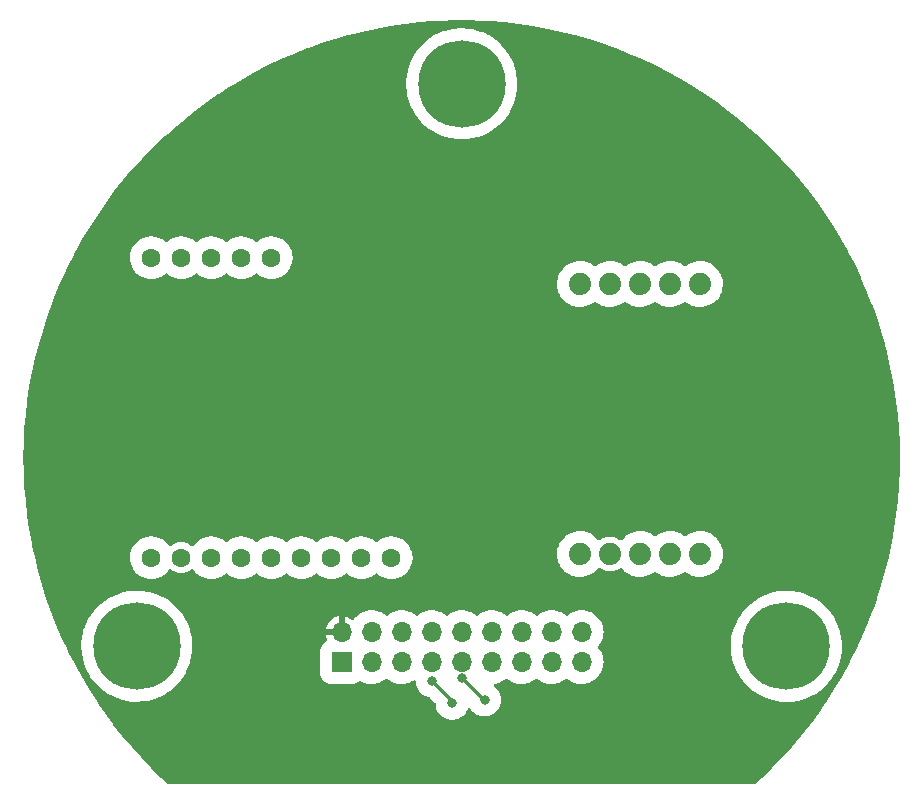
<source format=gbr>
%TF.GenerationSoftware,KiCad,Pcbnew,(6.0.7)*%
%TF.CreationDate,2023-04-01T23:13:22-04:00*%
%TF.ProjectId,EAST_GPS,45415354-5f47-4505-932e-6b696361645f,rev?*%
%TF.SameCoordinates,Original*%
%TF.FileFunction,Copper,L2,Bot*%
%TF.FilePolarity,Positive*%
%FSLAX46Y46*%
G04 Gerber Fmt 4.6, Leading zero omitted, Abs format (unit mm)*
G04 Created by KiCad (PCBNEW (6.0.7)) date 2023-04-01 23:13:22*
%MOMM*%
%LPD*%
G01*
G04 APERTURE LIST*
%TA.AperFunction,ComponentPad*%
%ADD10C,4.100000*%
%TD*%
%TA.AperFunction,ConnectorPad*%
%ADD11C,7.400000*%
%TD*%
%TA.AperFunction,ComponentPad*%
%ADD12C,1.600000*%
%TD*%
%TA.AperFunction,ComponentPad*%
%ADD13R,1.700000X1.700000*%
%TD*%
%TA.AperFunction,ComponentPad*%
%ADD14O,1.700000X1.700000*%
%TD*%
%TA.AperFunction,ComponentPad*%
%ADD15C,1.879600*%
%TD*%
%TA.AperFunction,ViaPad*%
%ADD16C,0.800000*%
%TD*%
%TA.AperFunction,Conductor*%
%ADD17C,0.250000*%
%TD*%
G04 APERTURE END LIST*
D10*
%TO.P,REF\u002A\u002A,1*%
%TO.N,N/C*%
X170641661Y-116845280D03*
D11*
X170641661Y-116845280D03*
%TD*%
D12*
%TO.P,U2,1,VIN*%
%TO.N,/3.3V*%
X116860000Y-109345000D03*
%TO.P,U2,2,GND*%
%TO.N,/GND*%
X119400000Y-109345000D03*
%TO.P,U2,3,EN*%
%TO.N,unconnected-(U2-Pad3)*%
X121940000Y-109345000D03*
%TO.P,U2,4,G0*%
%TO.N,/RX 5*%
X124480000Y-109345000D03*
%TO.P,U2,5,SCK*%
%TO.N,/SCK*%
X127020000Y-109345000D03*
%TO.P,U2,6,MISO*%
%TO.N,/MISO*%
X129560000Y-109345000D03*
%TO.P,U2,7,MOSI*%
%TO.N,/MOSI*%
X132100000Y-109345000D03*
%TO.P,U2,8,CS*%
%TO.N,/CS 1*%
X134640000Y-109345000D03*
%TO.P,U2,9,RST*%
%TO.N,/TX 5*%
X137180000Y-109345000D03*
%TO.P,U2,10,G5*%
%TO.N,unconnected-(U2-Pad10)*%
X127020000Y-83945000D03*
%TO.P,U2,11,G4*%
%TO.N,unconnected-(U2-Pad11)*%
X124480000Y-83945000D03*
%TO.P,U2,12,G3*%
%TO.N,unconnected-(U2-Pad12)*%
X121940000Y-83945000D03*
%TO.P,U2,13,G2*%
%TO.N,unconnected-(U2-Pad13)*%
X119400000Y-83945000D03*
%TO.P,U2,14,G1*%
%TO.N,unconnected-(U2-Pad14)*%
X116860000Y-83945000D03*
%TD*%
D13*
%TO.P,J1,1,Pin_1*%
%TO.N,/V_BATT*%
X132979000Y-118191200D03*
D14*
%TO.P,J1,2,Pin_2*%
%TO.N,/GND*%
X132979000Y-115651200D03*
%TO.P,J1,3,Pin_3*%
%TO.N,/RX 5*%
X135519000Y-118191200D03*
%TO.P,J1,4,Pin_4*%
%TO.N,/CS 1*%
X135519000Y-115651200D03*
%TO.P,J1,5,Pin_5*%
%TO.N,/TX 5*%
X138059000Y-118191200D03*
%TO.P,J1,6,Pin_6*%
%TO.N,/CS 2*%
X138059000Y-115651200D03*
%TO.P,J1,7,Pin_7*%
%TO.N,/SCL 1*%
X140599000Y-118191200D03*
%TO.P,J1,8,Pin_8*%
%TO.N,/MOSI*%
X140599000Y-115651200D03*
%TO.P,J1,9,Pin_9*%
%TO.N,/SDA 1*%
X143139000Y-118191200D03*
%TO.P,J1,10,Pin_10*%
%TO.N,/MISO*%
X143139000Y-115651200D03*
%TO.P,J1,11,Pin_11*%
%TO.N,/TX 4*%
X145679000Y-118191200D03*
%TO.P,J1,12,Pin_12*%
%TO.N,/3.3V*%
X145679000Y-115651200D03*
%TO.P,J1,13,Pin_13*%
%TO.N,/RX 4*%
X148219000Y-118191200D03*
%TO.P,J1,14,Pin_14*%
%TO.N,/SCL 2*%
X148219000Y-115651200D03*
%TO.P,J1,15,Pin_15*%
%TO.N,/CS 3*%
X150759000Y-118191200D03*
%TO.P,J1,16,Pin_16*%
%TO.N,/SDA 2*%
X150759000Y-115651200D03*
%TO.P,J1,17,Pin_17*%
%TO.N,/CS 4*%
X153299000Y-118191200D03*
%TO.P,J1,18,Pin_18*%
%TO.N,/SCK*%
X153299000Y-115651200D03*
%TD*%
D10*
%TO.P,REF\u002A\u002A,1*%
%TO.N,N/C*%
X115644369Y-116840000D03*
D11*
X115644369Y-116840000D03*
%TD*%
%TO.P,REF\u002A\u002A,1*%
%TO.N,N/C*%
X143147778Y-69222624D03*
D10*
X143147778Y-69222624D03*
%TD*%
D15*
%TO.P,U1,1,INT*%
%TO.N,unconnected-(U1-Pad1)*%
X153162000Y-109039900D03*
%TO.P,U1,2,GND*%
%TO.N,/GND*%
X155702000Y-109039900D03*
%TO.P,U1,3,3.3V*%
%TO.N,/3.3V*%
X158242000Y-109039900D03*
%TO.P,U1,4,SDA*%
%TO.N,/SDA 1*%
X160782000Y-109039900D03*
%TO.P,U1,5,SCL*%
%TO.N,/SCL 1*%
X163322000Y-109039900D03*
%TO.P,U1,6,WAKE*%
%TO.N,unconnected-(U1-Pad6)*%
X153162000Y-86179900D03*
%TO.P,U1,7,RST*%
%TO.N,unconnected-(U1-Pad7)*%
X155702000Y-86179900D03*
%TO.P,U1,8,PPS*%
%TO.N,unconnected-(U1-Pad8)*%
X158242000Y-86179900D03*
%TO.P,U1,9,RX*%
%TO.N,unconnected-(U1-Pad9)*%
X160782000Y-86179900D03*
%TO.P,U1,10,TX*%
%TO.N,unconnected-(U1-Pad10)*%
X163322000Y-86179900D03*
%TD*%
D16*
%TO.N,/GND*%
X121691400Y-112979200D03*
X155651200Y-106832400D03*
%TO.N,/SDA 1*%
X143205200Y-119532400D03*
X145084800Y-121374500D03*
%TO.N,/SCL 1*%
X142341600Y-121666000D03*
X140665200Y-119786400D03*
%TD*%
D17*
%TO.N,/SDA 1*%
X145047300Y-121374500D02*
X145084800Y-121374500D01*
X143205200Y-119532400D02*
X145047300Y-121374500D01*
%TO.N,/SCL 1*%
X140665200Y-119786400D02*
X142341600Y-121462800D01*
X142341600Y-121462800D02*
X142341600Y-121666000D01*
%TD*%
%TA.AperFunction,Conductor*%
%TO.N,/GND*%
G36*
X144304085Y-63867893D02*
G01*
X144361128Y-63868825D01*
X144365243Y-63868959D01*
X145572690Y-63928213D01*
X145576755Y-63928481D01*
X146781549Y-64027160D01*
X146785624Y-64027561D01*
X147986579Y-64165569D01*
X147990647Y-64166104D01*
X149186429Y-64343287D01*
X149190476Y-64343955D01*
X150379858Y-64560131D01*
X150383872Y-64560928D01*
X150440119Y-64573063D01*
X151565514Y-64815855D01*
X151569525Y-64816789D01*
X152313625Y-65002966D01*
X152742232Y-65110205D01*
X152746171Y-65111260D01*
X153908651Y-65442846D01*
X153912588Y-65444039D01*
X155063640Y-65813451D01*
X155067482Y-65814754D01*
X155855696Y-66096451D01*
X156205815Y-66221579D01*
X156209670Y-66223028D01*
X157334098Y-66666841D01*
X157337904Y-66668416D01*
X157607243Y-66785037D01*
X158447230Y-67148744D01*
X158450907Y-67150408D01*
X159543974Y-67666750D01*
X159547640Y-67668556D01*
X159707342Y-67750484D01*
X160623223Y-68220337D01*
X160626857Y-68222277D01*
X161683796Y-68808898D01*
X161687364Y-68810955D01*
X161941080Y-68962825D01*
X162724606Y-69431831D01*
X162728061Y-69433976D01*
X162836926Y-69504073D01*
X163744444Y-70088414D01*
X163747870Y-70090700D01*
X164742314Y-70778003D01*
X164745663Y-70780400D01*
X165717080Y-71499813D01*
X165720350Y-71502318D01*
X166667785Y-72253137D01*
X166670970Y-72255748D01*
X166864566Y-72419749D01*
X167593321Y-73037099D01*
X167596383Y-73039779D01*
X168035808Y-73437414D01*
X168492744Y-73850895D01*
X168495752Y-73853708D01*
X169365088Y-74693651D01*
X169368003Y-74696561D01*
X170209421Y-75564469D01*
X170212239Y-75567472D01*
X171024858Y-76462435D01*
X171027577Y-76465530D01*
X171810491Y-77386551D01*
X171813107Y-77389732D01*
X172565522Y-78335875D01*
X172568032Y-78339140D01*
X173289091Y-79309330D01*
X173291494Y-79312675D01*
X173980485Y-80305951D01*
X173982777Y-80309373D01*
X174638934Y-81324635D01*
X174641113Y-81328131D01*
X175263727Y-82364280D01*
X175265790Y-82367844D01*
X175276587Y-82387219D01*
X175850485Y-83417109D01*
X175854206Y-83423787D01*
X175856143Y-83427400D01*
X176096040Y-83893081D01*
X176409751Y-84502047D01*
X176411577Y-84505739D01*
X176929757Y-85597889D01*
X176931461Y-85601638D01*
X176990811Y-85738072D01*
X177413669Y-86710139D01*
X177415233Y-86713902D01*
X177835622Y-87773711D01*
X177860952Y-87837569D01*
X177862400Y-87841401D01*
X178027821Y-88301794D01*
X178271161Y-88979051D01*
X178272490Y-88982949D01*
X178643843Y-90133328D01*
X178645044Y-90137268D01*
X178978593Y-91299148D01*
X178979665Y-91303123D01*
X179127061Y-91888003D01*
X179275072Y-92475326D01*
X179276013Y-92479336D01*
X179532941Y-93660524D01*
X179533751Y-93664562D01*
X179751944Y-94853559D01*
X179752621Y-94857622D01*
X179931833Y-96053088D01*
X179932377Y-96057171D01*
X180072421Y-97257868D01*
X180072831Y-97261966D01*
X180173556Y-98466587D01*
X180173832Y-98470696D01*
X180235135Y-99677988D01*
X180235275Y-99682075D01*
X180257084Y-100890719D01*
X180257091Y-100894837D01*
X180239387Y-102103518D01*
X180239260Y-102107635D01*
X180196601Y-103008175D01*
X180182060Y-103315125D01*
X180181798Y-103319236D01*
X180085161Y-104524224D01*
X180084764Y-104528323D01*
X179948802Y-105729454D01*
X179948272Y-105733539D01*
X179773121Y-106929613D01*
X179772458Y-106933677D01*
X179558561Y-108121989D01*
X179558308Y-108123392D01*
X179557514Y-108127426D01*
X179511371Y-108343084D01*
X179304594Y-109309501D01*
X179303667Y-109313513D01*
X179012248Y-110486691D01*
X179011190Y-110490672D01*
X178681579Y-111653712D01*
X178680391Y-111657656D01*
X178495596Y-112236839D01*
X178332321Y-112748573D01*
X178312951Y-112809281D01*
X178311641Y-112813166D01*
X178097669Y-113415103D01*
X177906744Y-113952203D01*
X177905301Y-113956060D01*
X177463413Y-115081204D01*
X177461845Y-115085013D01*
X176983413Y-116195126D01*
X176981725Y-116198875D01*
X176467235Y-117292825D01*
X176465447Y-117296470D01*
X176214021Y-117788629D01*
X175915506Y-118372963D01*
X175913573Y-118376600D01*
X175328722Y-119434582D01*
X175326673Y-119438147D01*
X175166816Y-119706239D01*
X174707591Y-120476388D01*
X174705424Y-120479891D01*
X174052727Y-121497363D01*
X174050447Y-121500793D01*
X173850989Y-121790435D01*
X173365127Y-122495978D01*
X173364834Y-122496403D01*
X173362449Y-122499747D01*
X172941737Y-123069853D01*
X172644680Y-123472394D01*
X172642181Y-123475668D01*
X171892984Y-124424361D01*
X171890379Y-124427551D01*
X171110584Y-125351243D01*
X171107876Y-125354346D01*
X170298313Y-126252049D01*
X170295505Y-126255062D01*
X169457039Y-127125823D01*
X169454134Y-127128743D01*
X168587641Y-127971649D01*
X168584642Y-127974472D01*
X168000035Y-128507105D01*
X167936209Y-128538198D01*
X167915176Y-128539966D01*
X118385662Y-128539966D01*
X118317541Y-128519964D01*
X118300803Y-128507105D01*
X117716196Y-127974472D01*
X117713197Y-127971649D01*
X116846704Y-127128743D01*
X116843799Y-127125823D01*
X116005333Y-126255062D01*
X116002525Y-126252049D01*
X115192962Y-125354346D01*
X115190254Y-125351243D01*
X114410459Y-124427551D01*
X114407854Y-124424361D01*
X113658657Y-123475668D01*
X113656158Y-123472394D01*
X113359101Y-123069853D01*
X112938389Y-122499747D01*
X112936004Y-122496403D01*
X112935712Y-122495978D01*
X112449849Y-121790435D01*
X112250391Y-121500793D01*
X112248111Y-121497363D01*
X111595414Y-120479891D01*
X111593247Y-120476388D01*
X111134022Y-119706239D01*
X110974165Y-119438147D01*
X110972116Y-119434582D01*
X110387265Y-118376600D01*
X110385332Y-118372963D01*
X110086817Y-117788629D01*
X109835391Y-117296470D01*
X109833603Y-117292825D01*
X109697871Y-117004220D01*
X110941714Y-117004220D01*
X110941943Y-117007065D01*
X110941943Y-117007068D01*
X110971128Y-117369799D01*
X110975952Y-117429758D01*
X111048617Y-117850442D01*
X111159110Y-118262808D01*
X111160095Y-118265485D01*
X111283182Y-118600023D01*
X111306523Y-118663463D01*
X111307748Y-118666043D01*
X111307751Y-118666050D01*
X111464501Y-118996164D01*
X111489641Y-119049108D01*
X111586752Y-119213314D01*
X111675960Y-119364156D01*
X111706957Y-119416570D01*
X111708619Y-119418874D01*
X111708620Y-119418876D01*
X111953103Y-119757860D01*
X111956683Y-119762824D01*
X112236763Y-120085019D01*
X112544892Y-120380504D01*
X112547110Y-120382274D01*
X112547115Y-120382279D01*
X112831708Y-120609466D01*
X112878533Y-120646846D01*
X112880896Y-120648404D01*
X112880900Y-120648407D01*
X112888908Y-120653687D01*
X113234941Y-120881854D01*
X113611180Y-121083592D01*
X114004156Y-121250400D01*
X114006865Y-121251270D01*
X114006871Y-121251272D01*
X114407906Y-121380030D01*
X114407910Y-121380031D01*
X114410632Y-121380905D01*
X114528215Y-121407188D01*
X114824470Y-121473410D01*
X114824481Y-121473412D01*
X114827264Y-121474034D01*
X115250621Y-121529018D01*
X115677219Y-121545406D01*
X115680081Y-121545256D01*
X115680082Y-121545256D01*
X116100691Y-121523213D01*
X116100698Y-121523212D01*
X116103547Y-121523063D01*
X116106370Y-121522656D01*
X116106372Y-121522656D01*
X116523274Y-121462580D01*
X116523281Y-121462579D01*
X116526096Y-121462173D01*
X116941386Y-121363237D01*
X116944084Y-121362329D01*
X116944091Y-121362327D01*
X117343289Y-121227982D01*
X117343295Y-121227980D01*
X117346001Y-121227069D01*
X117736609Y-121054790D01*
X117739106Y-121053406D01*
X118107494Y-120849206D01*
X118107496Y-120849205D01*
X118109996Y-120847819D01*
X118463087Y-120607858D01*
X118792977Y-120336884D01*
X119096950Y-120037125D01*
X119143551Y-119981980D01*
X119370659Y-119713236D01*
X119370664Y-119713230D01*
X119372505Y-119711051D01*
X119375875Y-119706239D01*
X119615737Y-119363679D01*
X119617372Y-119361344D01*
X119767608Y-119099016D01*
X131128500Y-119099016D01*
X131139234Y-119219287D01*
X131195259Y-119414670D01*
X131289427Y-119594796D01*
X131293458Y-119599739D01*
X131293459Y-119599740D01*
X131380317Y-119706239D01*
X131417891Y-119752309D01*
X131575404Y-119880773D01*
X131755530Y-119974941D01*
X131950913Y-120030966D01*
X131982545Y-120033789D01*
X132068391Y-120041451D01*
X132068397Y-120041451D01*
X132071184Y-120041700D01*
X133886816Y-120041700D01*
X133889603Y-120041451D01*
X133889609Y-120041451D01*
X133975455Y-120033789D01*
X134007087Y-120030966D01*
X134202470Y-119974941D01*
X134382596Y-119880773D01*
X134464617Y-119813879D01*
X134530046Y-119786326D01*
X134599987Y-119798521D01*
X134609239Y-119803577D01*
X134668369Y-119839176D01*
X134676745Y-119844219D01*
X134763070Y-119880773D01*
X134913962Y-119944668D01*
X134913966Y-119944669D01*
X134918060Y-119946403D01*
X134922352Y-119947541D01*
X134922355Y-119947542D01*
X135014535Y-119971983D01*
X135171365Y-120013566D01*
X135175789Y-120014090D01*
X135175791Y-120014090D01*
X135318380Y-120030966D01*
X135431607Y-120044367D01*
X135693592Y-120038193D01*
X135697986Y-120037462D01*
X135697993Y-120037461D01*
X135947692Y-119995900D01*
X135947696Y-119995899D01*
X135952094Y-119995167D01*
X136116061Y-119943311D01*
X136197709Y-119917489D01*
X136197711Y-119917488D01*
X136201955Y-119916146D01*
X136205966Y-119914220D01*
X136205971Y-119914218D01*
X136434169Y-119804639D01*
X136434170Y-119804638D01*
X136438188Y-119802709D01*
X136582566Y-119706239D01*
X136652374Y-119659595D01*
X136652379Y-119659591D01*
X136656082Y-119657117D01*
X136659398Y-119654146D01*
X136659403Y-119654143D01*
X136705606Y-119612760D01*
X136769694Y-119582211D01*
X136840125Y-119591160D01*
X136869221Y-119608904D01*
X136988778Y-119706239D01*
X136988782Y-119706242D01*
X136992235Y-119709053D01*
X136996057Y-119711354D01*
X137208369Y-119839176D01*
X137216745Y-119844219D01*
X137303070Y-119880773D01*
X137453962Y-119944668D01*
X137453966Y-119944669D01*
X137458060Y-119946403D01*
X137462352Y-119947541D01*
X137462355Y-119947542D01*
X137554535Y-119971983D01*
X137711365Y-120013566D01*
X137715789Y-120014090D01*
X137715791Y-120014090D01*
X137858380Y-120030966D01*
X137971607Y-120044367D01*
X138233592Y-120038193D01*
X138237986Y-120037462D01*
X138237993Y-120037461D01*
X138487692Y-119995900D01*
X138487696Y-119995899D01*
X138492094Y-119995167D01*
X138656061Y-119943311D01*
X138737709Y-119917489D01*
X138737711Y-119917488D01*
X138741955Y-119916146D01*
X138745966Y-119914220D01*
X138745971Y-119914218D01*
X138974169Y-119804639D01*
X138974170Y-119804638D01*
X138978188Y-119802709D01*
X138984456Y-119798521D01*
X139069550Y-119741664D01*
X139137302Y-119720449D01*
X139205769Y-119739232D01*
X139253212Y-119792050D01*
X139265342Y-119839175D01*
X139273576Y-119981980D01*
X139274713Y-119987026D01*
X139274714Y-119987032D01*
X139306638Y-120128689D01*
X139324206Y-120206642D01*
X139326148Y-120211424D01*
X139326149Y-120211428D01*
X139396948Y-120385784D01*
X139410849Y-120420018D01*
X139531179Y-120616378D01*
X139681963Y-120790448D01*
X139859153Y-120937554D01*
X140057990Y-121053745D01*
X140062815Y-121055587D01*
X140062816Y-121055588D01*
X140132592Y-121082233D01*
X140273134Y-121135901D01*
X140278200Y-121136932D01*
X140278201Y-121136932D01*
X140424123Y-121166620D01*
X140488098Y-121200996D01*
X140903884Y-121616782D01*
X140937910Y-121679094D01*
X140940579Y-121698618D01*
X140949976Y-121861580D01*
X140951113Y-121866626D01*
X140951114Y-121866632D01*
X140956792Y-121891825D01*
X141000606Y-122086242D01*
X141002548Y-122091024D01*
X141002549Y-122091028D01*
X141085305Y-122294831D01*
X141087249Y-122299618D01*
X141207579Y-122495978D01*
X141358363Y-122670048D01*
X141535553Y-122817154D01*
X141734390Y-122933345D01*
X141949534Y-123015501D01*
X141954600Y-123016532D01*
X141954601Y-123016532D01*
X142055297Y-123037018D01*
X142175207Y-123061414D01*
X142304952Y-123066172D01*
X142400185Y-123069664D01*
X142400189Y-123069664D01*
X142405349Y-123069853D01*
X142410469Y-123069197D01*
X142410471Y-123069197D01*
X142479872Y-123060307D01*
X142633778Y-123040591D01*
X142638726Y-123039106D01*
X142638733Y-123039105D01*
X142849411Y-122975898D01*
X142849410Y-122975898D01*
X142854361Y-122974413D01*
X143061174Y-122873096D01*
X143248662Y-122739363D01*
X143411790Y-122576803D01*
X143469869Y-122495978D01*
X143543159Y-122393983D01*
X143546177Y-122389783D01*
X143648215Y-122183325D01*
X143662705Y-122135635D01*
X143701645Y-122076272D01*
X143766499Y-122047385D01*
X143836675Y-122058146D01*
X143890695Y-122106430D01*
X143950779Y-122204478D01*
X144101563Y-122378548D01*
X144278753Y-122525654D01*
X144477590Y-122641845D01*
X144482415Y-122643687D01*
X144482416Y-122643688D01*
X144551446Y-122670048D01*
X144692734Y-122724001D01*
X144697800Y-122725032D01*
X144697801Y-122725032D01*
X144768242Y-122739363D01*
X144918407Y-122769914D01*
X145048152Y-122774672D01*
X145143385Y-122778164D01*
X145143389Y-122778164D01*
X145148549Y-122778353D01*
X145153669Y-122777697D01*
X145153671Y-122777697D01*
X145223072Y-122768807D01*
X145376978Y-122749091D01*
X145381926Y-122747606D01*
X145381933Y-122747605D01*
X145592611Y-122684398D01*
X145592610Y-122684398D01*
X145597561Y-122682913D01*
X145804374Y-122581596D01*
X145991862Y-122447863D01*
X146154990Y-122285303D01*
X146213069Y-122204478D01*
X146286359Y-122102483D01*
X146289377Y-122098283D01*
X146314533Y-122047385D01*
X146389121Y-121896466D01*
X146391415Y-121891825D01*
X146426439Y-121776549D01*
X146456859Y-121676427D01*
X146456860Y-121676421D01*
X146458363Y-121671475D01*
X146477103Y-121529128D01*
X146487985Y-121446471D01*
X146487985Y-121446465D01*
X146488422Y-121443149D01*
X146489799Y-121386810D01*
X146490018Y-121377864D01*
X146490018Y-121377860D01*
X146490100Y-121374500D01*
X146471230Y-121144978D01*
X146415126Y-120921620D01*
X146323296Y-120710424D01*
X146198205Y-120517063D01*
X146161194Y-120476388D01*
X146046690Y-120350551D01*
X146046689Y-120350550D01*
X146043212Y-120346729D01*
X146039161Y-120343530D01*
X146039157Y-120343526D01*
X145910938Y-120242265D01*
X145869875Y-120184348D01*
X145866643Y-120113425D01*
X145902268Y-120052013D01*
X145968342Y-120019094D01*
X146048895Y-120005686D01*
X146107692Y-119995900D01*
X146107696Y-119995899D01*
X146112094Y-119995167D01*
X146276061Y-119943311D01*
X146357709Y-119917489D01*
X146357711Y-119917488D01*
X146361955Y-119916146D01*
X146365966Y-119914220D01*
X146365971Y-119914218D01*
X146594169Y-119804639D01*
X146594170Y-119804638D01*
X146598188Y-119802709D01*
X146742566Y-119706239D01*
X146812374Y-119659595D01*
X146812379Y-119659591D01*
X146816082Y-119657117D01*
X146819398Y-119654146D01*
X146819403Y-119654143D01*
X146865606Y-119612760D01*
X146929694Y-119582211D01*
X147000125Y-119591160D01*
X147029221Y-119608904D01*
X147148778Y-119706239D01*
X147148782Y-119706242D01*
X147152235Y-119709053D01*
X147156057Y-119711354D01*
X147368369Y-119839176D01*
X147376745Y-119844219D01*
X147463070Y-119880773D01*
X147613962Y-119944668D01*
X147613966Y-119944669D01*
X147618060Y-119946403D01*
X147622352Y-119947541D01*
X147622355Y-119947542D01*
X147714535Y-119971983D01*
X147871365Y-120013566D01*
X147875789Y-120014090D01*
X147875791Y-120014090D01*
X148018380Y-120030966D01*
X148131607Y-120044367D01*
X148393592Y-120038193D01*
X148397986Y-120037462D01*
X148397993Y-120037461D01*
X148647692Y-119995900D01*
X148647696Y-119995899D01*
X148652094Y-119995167D01*
X148816061Y-119943311D01*
X148897709Y-119917489D01*
X148897711Y-119917488D01*
X148901955Y-119916146D01*
X148905966Y-119914220D01*
X148905971Y-119914218D01*
X149134169Y-119804639D01*
X149134170Y-119804638D01*
X149138188Y-119802709D01*
X149282566Y-119706239D01*
X149352374Y-119659595D01*
X149352379Y-119659591D01*
X149356082Y-119657117D01*
X149359398Y-119654146D01*
X149359403Y-119654143D01*
X149405606Y-119612760D01*
X149469694Y-119582211D01*
X149540125Y-119591160D01*
X149569221Y-119608904D01*
X149688778Y-119706239D01*
X149688782Y-119706242D01*
X149692235Y-119709053D01*
X149696057Y-119711354D01*
X149908369Y-119839176D01*
X149916745Y-119844219D01*
X150003070Y-119880773D01*
X150153962Y-119944668D01*
X150153966Y-119944669D01*
X150158060Y-119946403D01*
X150162352Y-119947541D01*
X150162355Y-119947542D01*
X150254535Y-119971983D01*
X150411365Y-120013566D01*
X150415789Y-120014090D01*
X150415791Y-120014090D01*
X150558380Y-120030966D01*
X150671607Y-120044367D01*
X150933592Y-120038193D01*
X150937986Y-120037462D01*
X150937993Y-120037461D01*
X151187692Y-119995900D01*
X151187696Y-119995899D01*
X151192094Y-119995167D01*
X151356061Y-119943311D01*
X151437709Y-119917489D01*
X151437711Y-119917488D01*
X151441955Y-119916146D01*
X151445966Y-119914220D01*
X151445971Y-119914218D01*
X151674169Y-119804639D01*
X151674170Y-119804638D01*
X151678188Y-119802709D01*
X151822566Y-119706239D01*
X151892374Y-119659595D01*
X151892379Y-119659591D01*
X151896082Y-119657117D01*
X151899398Y-119654146D01*
X151899403Y-119654143D01*
X151945606Y-119612760D01*
X152009694Y-119582211D01*
X152080125Y-119591160D01*
X152109221Y-119608904D01*
X152228778Y-119706239D01*
X152228782Y-119706242D01*
X152232235Y-119709053D01*
X152236057Y-119711354D01*
X152448369Y-119839176D01*
X152456745Y-119844219D01*
X152543070Y-119880773D01*
X152693962Y-119944668D01*
X152693966Y-119944669D01*
X152698060Y-119946403D01*
X152702352Y-119947541D01*
X152702355Y-119947542D01*
X152794535Y-119971983D01*
X152951365Y-120013566D01*
X152955789Y-120014090D01*
X152955791Y-120014090D01*
X153098380Y-120030966D01*
X153211607Y-120044367D01*
X153473592Y-120038193D01*
X153477986Y-120037462D01*
X153477993Y-120037461D01*
X153727692Y-119995900D01*
X153727696Y-119995899D01*
X153732094Y-119995167D01*
X153896061Y-119943311D01*
X153977709Y-119917489D01*
X153977711Y-119917488D01*
X153981955Y-119916146D01*
X153985966Y-119914220D01*
X153985971Y-119914218D01*
X154214169Y-119804639D01*
X154214170Y-119804638D01*
X154218188Y-119802709D01*
X154362566Y-119706239D01*
X154432380Y-119659591D01*
X154432384Y-119659588D01*
X154436082Y-119657117D01*
X154631287Y-119482276D01*
X154668376Y-119438153D01*
X154797043Y-119285086D01*
X154797045Y-119285084D01*
X154799910Y-119281675D01*
X154938586Y-119059316D01*
X154968840Y-118990884D01*
X155042749Y-118823703D01*
X155044547Y-118819636D01*
X155115681Y-118567416D01*
X155120855Y-118528896D01*
X155150139Y-118310873D01*
X155150140Y-118310865D01*
X155150566Y-118307691D01*
X155150667Y-118304480D01*
X155154126Y-118194422D01*
X155154126Y-118194417D01*
X155154227Y-118191200D01*
X155135719Y-117929796D01*
X155080563Y-117673608D01*
X154989860Y-117427747D01*
X154865420Y-117197120D01*
X154844714Y-117169086D01*
X154726843Y-117009500D01*
X165939006Y-117009500D01*
X165939235Y-117012345D01*
X165939235Y-117012348D01*
X165972590Y-117426905D01*
X165973244Y-117435038D01*
X166045909Y-117855722D01*
X166156402Y-118268088D01*
X166157387Y-118270765D01*
X166280474Y-118605303D01*
X166303815Y-118668743D01*
X166305040Y-118671323D01*
X166305043Y-118671330D01*
X166483197Y-119046520D01*
X166486933Y-119054388D01*
X166584454Y-119219287D01*
X166700003Y-119414670D01*
X166704249Y-119421850D01*
X166705911Y-119424154D01*
X166705912Y-119424156D01*
X166951725Y-119764984D01*
X166953975Y-119768104D01*
X167234055Y-120090299D01*
X167542184Y-120385784D01*
X167544402Y-120387554D01*
X167544407Y-120387559D01*
X167829000Y-120614746D01*
X167875825Y-120652126D01*
X167878188Y-120653684D01*
X167878192Y-120653687D01*
X167988552Y-120726456D01*
X168232233Y-120887134D01*
X168608472Y-121088872D01*
X168791635Y-121166620D01*
X168934045Y-121227069D01*
X169001448Y-121255680D01*
X169004157Y-121256550D01*
X169004163Y-121256552D01*
X169405198Y-121385310D01*
X169405202Y-121385311D01*
X169407924Y-121386185D01*
X169525507Y-121412468D01*
X169821762Y-121478690D01*
X169821773Y-121478692D01*
X169824556Y-121479314D01*
X170247913Y-121534298D01*
X170674511Y-121550686D01*
X170677373Y-121550536D01*
X170677374Y-121550536D01*
X171097983Y-121528493D01*
X171097990Y-121528492D01*
X171100839Y-121528343D01*
X171103662Y-121527936D01*
X171103664Y-121527936D01*
X171520566Y-121467860D01*
X171520573Y-121467859D01*
X171523388Y-121467453D01*
X171938678Y-121368517D01*
X171941376Y-121367609D01*
X171941383Y-121367607D01*
X172340581Y-121233262D01*
X172340587Y-121233260D01*
X172343293Y-121232349D01*
X172733901Y-121060070D01*
X172741987Y-121055588D01*
X173104786Y-120854486D01*
X173104788Y-120854485D01*
X173107288Y-120853099D01*
X173449868Y-120620281D01*
X173458013Y-120614746D01*
X173458014Y-120614745D01*
X173460379Y-120613138D01*
X173790269Y-120342164D01*
X174094242Y-120042405D01*
X174145305Y-119981980D01*
X174367951Y-119718516D01*
X174367956Y-119718510D01*
X174369797Y-119716331D01*
X174376864Y-119706239D01*
X174613029Y-119368959D01*
X174614664Y-119366624D01*
X174826828Y-118996164D01*
X174829246Y-118990884D01*
X175003355Y-118610596D01*
X175004544Y-118607999D01*
X175005489Y-118605314D01*
X175005494Y-118605303D01*
X175145397Y-118208025D01*
X175146348Y-118205325D01*
X175251073Y-117791456D01*
X175251910Y-117786176D01*
X175317411Y-117372614D01*
X175317857Y-117369799D01*
X175341788Y-117009500D01*
X175346034Y-116945575D01*
X175346034Y-116945567D01*
X175346150Y-116943825D01*
X175347182Y-116845280D01*
X175327816Y-116418806D01*
X175326706Y-116410699D01*
X175297437Y-116197033D01*
X175269877Y-115995843D01*
X175210538Y-115738814D01*
X175174487Y-115582661D01*
X175174486Y-115582659D01*
X175173843Y-115579872D01*
X175113784Y-115397200D01*
X175041398Y-115177039D01*
X175041398Y-115177038D01*
X175040503Y-115174317D01*
X175039372Y-115171703D01*
X175039368Y-115171693D01*
X174953753Y-114973849D01*
X174870955Y-114782515D01*
X174745387Y-114552207D01*
X174667965Y-114410205D01*
X174667961Y-114410198D01*
X174666595Y-114407693D01*
X174429106Y-114052935D01*
X174160441Y-113721161D01*
X174155307Y-113715881D01*
X173864802Y-113417149D01*
X173864798Y-113417145D01*
X173862812Y-113415103D01*
X173860654Y-113413253D01*
X173860644Y-113413244D01*
X173540843Y-113139142D01*
X173540838Y-113139138D01*
X173538669Y-113137279D01*
X173536338Y-113135622D01*
X173536331Y-113135617D01*
X173193016Y-112891636D01*
X173193014Y-112891635D01*
X173190680Y-112889976D01*
X173179139Y-112883259D01*
X172824166Y-112676659D01*
X172824159Y-112676655D01*
X172821710Y-112675230D01*
X172577466Y-112561337D01*
X172437392Y-112496019D01*
X172437382Y-112496015D01*
X172434796Y-112494809D01*
X172178569Y-112402562D01*
X172035811Y-112351166D01*
X172035802Y-112351163D01*
X172033121Y-112350198D01*
X171739392Y-112273687D01*
X171622763Y-112243307D01*
X171622757Y-112243306D01*
X171619994Y-112242586D01*
X171198813Y-112172860D01*
X171195970Y-112172651D01*
X171195968Y-112172651D01*
X170775893Y-112141803D01*
X170773047Y-112141594D01*
X170595458Y-112144694D01*
X170349050Y-112148994D01*
X170349045Y-112148994D01*
X170346199Y-112149044D01*
X170343366Y-112149352D01*
X170343362Y-112149352D01*
X170126972Y-112172860D01*
X169921783Y-112195151D01*
X169503292Y-112279533D01*
X169500559Y-112280348D01*
X169500554Y-112280349D01*
X169266251Y-112350198D01*
X169094172Y-112401497D01*
X169091511Y-112402561D01*
X169091509Y-112402562D01*
X168857850Y-112496019D01*
X168697789Y-112560039D01*
X168695242Y-112561337D01*
X168319950Y-112752557D01*
X168319945Y-112752560D01*
X168317407Y-112753853D01*
X167956156Y-112981345D01*
X167617010Y-113240642D01*
X167302761Y-113529609D01*
X167015995Y-113845868D01*
X167014271Y-113848155D01*
X167014270Y-113848157D01*
X166990584Y-113879590D01*
X166759072Y-114186816D01*
X166534108Y-114549646D01*
X166342954Y-114931372D01*
X166341913Y-114934028D01*
X166341910Y-114934035D01*
X166190292Y-115320918D01*
X166187183Y-115328852D01*
X166186391Y-115331579D01*
X166186387Y-115331590D01*
X166110462Y-115592926D01*
X166068078Y-115738814D01*
X165986619Y-116157883D01*
X165943477Y-116582611D01*
X165939006Y-117009500D01*
X154726843Y-117009500D01*
X154714735Y-116993107D01*
X154690353Y-116926428D01*
X154705890Y-116857153D01*
X154719636Y-116837173D01*
X154797045Y-116745083D01*
X154799910Y-116741675D01*
X154938586Y-116519316D01*
X154946407Y-116501627D01*
X155042749Y-116283703D01*
X155044547Y-116279636D01*
X155049029Y-116263746D01*
X155068381Y-116195126D01*
X155115681Y-116027416D01*
X155131563Y-115909173D01*
X155150139Y-115770873D01*
X155150140Y-115770865D01*
X155150566Y-115767691D01*
X155151560Y-115736070D01*
X155154126Y-115654422D01*
X155154126Y-115654417D01*
X155154227Y-115651200D01*
X155135719Y-115389796D01*
X155080563Y-115133608D01*
X155078636Y-115128383D01*
X154991401Y-114891924D01*
X154989860Y-114887747D01*
X154865420Y-114657120D01*
X154849783Y-114635948D01*
X154712370Y-114449906D01*
X154709726Y-114446326D01*
X154525884Y-114259574D01*
X154427554Y-114184531D01*
X154321107Y-114103293D01*
X154321103Y-114103290D01*
X154317562Y-114100588D01*
X154088917Y-113972540D01*
X154084768Y-113970935D01*
X154084764Y-113970933D01*
X153937196Y-113913844D01*
X153844512Y-113877987D01*
X153840191Y-113876985D01*
X153840183Y-113876983D01*
X153672069Y-113838017D01*
X153589221Y-113818814D01*
X153328141Y-113796202D01*
X153323706Y-113796446D01*
X153323702Y-113796446D01*
X153070921Y-113810357D01*
X153070914Y-113810358D01*
X153066478Y-113810602D01*
X152809456Y-113861727D01*
X152805246Y-113863205D01*
X152805244Y-113863206D01*
X152660497Y-113914038D01*
X152562201Y-113948557D01*
X152558250Y-113950610D01*
X152558244Y-113950612D01*
X152430894Y-114016766D01*
X152329647Y-114069359D01*
X152326032Y-114071942D01*
X152326026Y-114071946D01*
X152120055Y-114219135D01*
X152120051Y-114219138D01*
X152116434Y-114221723D01*
X152113215Y-114224794D01*
X152109777Y-114227638D01*
X152108900Y-114226578D01*
X152051117Y-114256372D01*
X151980441Y-114249629D01*
X151950820Y-114232814D01*
X151781107Y-114103293D01*
X151781103Y-114103290D01*
X151777562Y-114100588D01*
X151548917Y-113972540D01*
X151544768Y-113970935D01*
X151544764Y-113970933D01*
X151397196Y-113913844D01*
X151304512Y-113877987D01*
X151300191Y-113876985D01*
X151300183Y-113876983D01*
X151132069Y-113838017D01*
X151049221Y-113818814D01*
X150788141Y-113796202D01*
X150783706Y-113796446D01*
X150783702Y-113796446D01*
X150530921Y-113810357D01*
X150530914Y-113810358D01*
X150526478Y-113810602D01*
X150269456Y-113861727D01*
X150265246Y-113863205D01*
X150265244Y-113863206D01*
X150120497Y-113914038D01*
X150022201Y-113948557D01*
X150018250Y-113950610D01*
X150018244Y-113950612D01*
X149890894Y-114016766D01*
X149789647Y-114069359D01*
X149786032Y-114071942D01*
X149786026Y-114071946D01*
X149580055Y-114219135D01*
X149580051Y-114219138D01*
X149576434Y-114221723D01*
X149573215Y-114224794D01*
X149569777Y-114227638D01*
X149568900Y-114226578D01*
X149511117Y-114256372D01*
X149440441Y-114249629D01*
X149410820Y-114232814D01*
X149241107Y-114103293D01*
X149241103Y-114103290D01*
X149237562Y-114100588D01*
X149008917Y-113972540D01*
X149004768Y-113970935D01*
X149004764Y-113970933D01*
X148857196Y-113913844D01*
X148764512Y-113877987D01*
X148760191Y-113876985D01*
X148760183Y-113876983D01*
X148592069Y-113838017D01*
X148509221Y-113818814D01*
X148248141Y-113796202D01*
X148243706Y-113796446D01*
X148243702Y-113796446D01*
X147990921Y-113810357D01*
X147990914Y-113810358D01*
X147986478Y-113810602D01*
X147729456Y-113861727D01*
X147725246Y-113863205D01*
X147725244Y-113863206D01*
X147580497Y-113914038D01*
X147482201Y-113948557D01*
X147478250Y-113950610D01*
X147478244Y-113950612D01*
X147350894Y-114016766D01*
X147249647Y-114069359D01*
X147246032Y-114071942D01*
X147246026Y-114071946D01*
X147040055Y-114219135D01*
X147040051Y-114219138D01*
X147036434Y-114221723D01*
X147033215Y-114224794D01*
X147029777Y-114227638D01*
X147028900Y-114226578D01*
X146971117Y-114256372D01*
X146900441Y-114249629D01*
X146870820Y-114232814D01*
X146701107Y-114103293D01*
X146701103Y-114103290D01*
X146697562Y-114100588D01*
X146468917Y-113972540D01*
X146464768Y-113970935D01*
X146464764Y-113970933D01*
X146317196Y-113913844D01*
X146224512Y-113877987D01*
X146220191Y-113876985D01*
X146220183Y-113876983D01*
X146052069Y-113838017D01*
X145969221Y-113818814D01*
X145708141Y-113796202D01*
X145703706Y-113796446D01*
X145703702Y-113796446D01*
X145450921Y-113810357D01*
X145450914Y-113810358D01*
X145446478Y-113810602D01*
X145189456Y-113861727D01*
X145185246Y-113863205D01*
X145185244Y-113863206D01*
X145040497Y-113914038D01*
X144942201Y-113948557D01*
X144938250Y-113950610D01*
X144938244Y-113950612D01*
X144810894Y-114016766D01*
X144709647Y-114069359D01*
X144706032Y-114071942D01*
X144706026Y-114071946D01*
X144500055Y-114219135D01*
X144500051Y-114219138D01*
X144496434Y-114221723D01*
X144493215Y-114224794D01*
X144489777Y-114227638D01*
X144488900Y-114226578D01*
X144431117Y-114256372D01*
X144360441Y-114249629D01*
X144330820Y-114232814D01*
X144161107Y-114103293D01*
X144161103Y-114103290D01*
X144157562Y-114100588D01*
X143928917Y-113972540D01*
X143924768Y-113970935D01*
X143924764Y-113970933D01*
X143777196Y-113913844D01*
X143684512Y-113877987D01*
X143680191Y-113876985D01*
X143680183Y-113876983D01*
X143512069Y-113838017D01*
X143429221Y-113818814D01*
X143168141Y-113796202D01*
X143163706Y-113796446D01*
X143163702Y-113796446D01*
X142910921Y-113810357D01*
X142910914Y-113810358D01*
X142906478Y-113810602D01*
X142649456Y-113861727D01*
X142645246Y-113863205D01*
X142645244Y-113863206D01*
X142500497Y-113914038D01*
X142402201Y-113948557D01*
X142398250Y-113950610D01*
X142398244Y-113950612D01*
X142270894Y-114016766D01*
X142169647Y-114069359D01*
X142166032Y-114071942D01*
X142166026Y-114071946D01*
X141960055Y-114219135D01*
X141960051Y-114219138D01*
X141956434Y-114221723D01*
X141953215Y-114224794D01*
X141949777Y-114227638D01*
X141948900Y-114226578D01*
X141891117Y-114256372D01*
X141820441Y-114249629D01*
X141790820Y-114232814D01*
X141621107Y-114103293D01*
X141621103Y-114103290D01*
X141617562Y-114100588D01*
X141388917Y-113972540D01*
X141384768Y-113970935D01*
X141384764Y-113970933D01*
X141237196Y-113913844D01*
X141144512Y-113877987D01*
X141140191Y-113876985D01*
X141140183Y-113876983D01*
X140972069Y-113838017D01*
X140889221Y-113818814D01*
X140628141Y-113796202D01*
X140623706Y-113796446D01*
X140623702Y-113796446D01*
X140370921Y-113810357D01*
X140370914Y-113810358D01*
X140366478Y-113810602D01*
X140109456Y-113861727D01*
X140105246Y-113863205D01*
X140105244Y-113863206D01*
X139960497Y-113914038D01*
X139862201Y-113948557D01*
X139858250Y-113950610D01*
X139858244Y-113950612D01*
X139730894Y-114016766D01*
X139629647Y-114069359D01*
X139626032Y-114071942D01*
X139626026Y-114071946D01*
X139420055Y-114219135D01*
X139420051Y-114219138D01*
X139416434Y-114221723D01*
X139413215Y-114224794D01*
X139409777Y-114227638D01*
X139408900Y-114226578D01*
X139351117Y-114256372D01*
X139280441Y-114249629D01*
X139250820Y-114232814D01*
X139081107Y-114103293D01*
X139081103Y-114103290D01*
X139077562Y-114100588D01*
X138848917Y-113972540D01*
X138844768Y-113970935D01*
X138844764Y-113970933D01*
X138697196Y-113913844D01*
X138604512Y-113877987D01*
X138600191Y-113876985D01*
X138600183Y-113876983D01*
X138432069Y-113838017D01*
X138349221Y-113818814D01*
X138088141Y-113796202D01*
X138083706Y-113796446D01*
X138083702Y-113796446D01*
X137830921Y-113810357D01*
X137830914Y-113810358D01*
X137826478Y-113810602D01*
X137569456Y-113861727D01*
X137565246Y-113863205D01*
X137565244Y-113863206D01*
X137420497Y-113914038D01*
X137322201Y-113948557D01*
X137318250Y-113950610D01*
X137318244Y-113950612D01*
X137190894Y-114016766D01*
X137089647Y-114069359D01*
X137086032Y-114071942D01*
X137086026Y-114071946D01*
X136880055Y-114219135D01*
X136880051Y-114219138D01*
X136876434Y-114221723D01*
X136873215Y-114224794D01*
X136869777Y-114227638D01*
X136868900Y-114226578D01*
X136811117Y-114256372D01*
X136740441Y-114249629D01*
X136710820Y-114232814D01*
X136541107Y-114103293D01*
X136541103Y-114103290D01*
X136537562Y-114100588D01*
X136308917Y-113972540D01*
X136304768Y-113970935D01*
X136304764Y-113970933D01*
X136157196Y-113913844D01*
X136064512Y-113877987D01*
X136060191Y-113876985D01*
X136060183Y-113876983D01*
X135892069Y-113838017D01*
X135809221Y-113818814D01*
X135548141Y-113796202D01*
X135543706Y-113796446D01*
X135543702Y-113796446D01*
X135290921Y-113810357D01*
X135290914Y-113810358D01*
X135286478Y-113810602D01*
X135029456Y-113861727D01*
X135025246Y-113863205D01*
X135025244Y-113863206D01*
X134880497Y-113914038D01*
X134782201Y-113948557D01*
X134778250Y-113950610D01*
X134778244Y-113950612D01*
X134650894Y-114016766D01*
X134549647Y-114069359D01*
X134546032Y-114071942D01*
X134546026Y-114071946D01*
X134340055Y-114219135D01*
X134340051Y-114219138D01*
X134336434Y-114221723D01*
X134296756Y-114259574D01*
X134217186Y-114335480D01*
X134146816Y-114402609D01*
X134144060Y-114406105D01*
X134010943Y-114574964D01*
X133953062Y-114616077D01*
X133882142Y-114619371D01*
X133833901Y-114595840D01*
X133737139Y-114519422D01*
X133728552Y-114513717D01*
X133542117Y-114410799D01*
X133532705Y-114406569D01*
X133331959Y-114335480D01*
X133321988Y-114332846D01*
X133250837Y-114320172D01*
X133237540Y-114321632D01*
X133233000Y-114336189D01*
X133233000Y-115779200D01*
X133212998Y-115847321D01*
X133159342Y-115893814D01*
X133107000Y-115905200D01*
X131662225Y-115905200D01*
X131648694Y-115909173D01*
X131647257Y-115919166D01*
X131677565Y-116053646D01*
X131680645Y-116063475D01*
X131760770Y-116260802D01*
X131762257Y-116263746D01*
X131762499Y-116265061D01*
X131762714Y-116265590D01*
X131762605Y-116265634D01*
X131775119Y-116333568D01*
X131748190Y-116399259D01*
X131708167Y-116432220D01*
X131575404Y-116501627D01*
X131570461Y-116505658D01*
X131570460Y-116505659D01*
X131486081Y-116574477D01*
X131417891Y-116630091D01*
X131413862Y-116635031D01*
X131326886Y-116741675D01*
X131289427Y-116787604D01*
X131195259Y-116967730D01*
X131139234Y-117163113D01*
X131128500Y-117283384D01*
X131128500Y-119099016D01*
X119767608Y-119099016D01*
X119829536Y-118990884D01*
X119909901Y-118815353D01*
X120006063Y-118605316D01*
X120007252Y-118602719D01*
X120008197Y-118600034D01*
X120008202Y-118600023D01*
X120115416Y-118295571D01*
X120149056Y-118200045D01*
X120253781Y-117786176D01*
X120320565Y-117364519D01*
X120345234Y-116993107D01*
X120348742Y-116940295D01*
X120348742Y-116940287D01*
X120348858Y-116938545D01*
X120349890Y-116840000D01*
X120330524Y-116413526D01*
X120322019Y-116351434D01*
X120277029Y-116023008D01*
X120272585Y-115990563D01*
X120252878Y-115905200D01*
X120177195Y-115577381D01*
X120177194Y-115577379D01*
X120176551Y-115574592D01*
X120118228Y-115397200D01*
X120114343Y-115385383D01*
X131643389Y-115385383D01*
X131644912Y-115393807D01*
X131657292Y-115397200D01*
X132706885Y-115397200D01*
X132722124Y-115392725D01*
X132723329Y-115391335D01*
X132725000Y-115383652D01*
X132725000Y-114334302D01*
X132721082Y-114320958D01*
X132706806Y-114318971D01*
X132668324Y-114324860D01*
X132658288Y-114327251D01*
X132455868Y-114393412D01*
X132446359Y-114397409D01*
X132257463Y-114495742D01*
X132248738Y-114501236D01*
X132078433Y-114629105D01*
X132070726Y-114635948D01*
X131923590Y-114789917D01*
X131917104Y-114797927D01*
X131797098Y-114973849D01*
X131792000Y-114982823D01*
X131702338Y-115175983D01*
X131698775Y-115185670D01*
X131643389Y-115385383D01*
X120114343Y-115385383D01*
X120044106Y-115171759D01*
X120044106Y-115171758D01*
X120043211Y-115169037D01*
X120042080Y-115166423D01*
X120042076Y-115166413D01*
X119939255Y-114928810D01*
X119873663Y-114777235D01*
X119748095Y-114546927D01*
X119670673Y-114404925D01*
X119670669Y-114404918D01*
X119669303Y-114402413D01*
X119431814Y-114047655D01*
X119163149Y-113715881D01*
X118976873Y-113524329D01*
X118867510Y-113411869D01*
X118867506Y-113411865D01*
X118865520Y-113409823D01*
X118863362Y-113407973D01*
X118863352Y-113407964D01*
X118543551Y-113133862D01*
X118543546Y-113133858D01*
X118541377Y-113131999D01*
X118539046Y-113130342D01*
X118539039Y-113130337D01*
X118195724Y-112886356D01*
X118195722Y-112886355D01*
X118193388Y-112884696D01*
X118190919Y-112883259D01*
X117826874Y-112671379D01*
X117826867Y-112671375D01*
X117824418Y-112669950D01*
X117591497Y-112561337D01*
X117440100Y-112490739D01*
X117440090Y-112490735D01*
X117437504Y-112489529D01*
X117434807Y-112488558D01*
X117038519Y-112345886D01*
X117038510Y-112345883D01*
X117035829Y-112344918D01*
X116762370Y-112273687D01*
X116625471Y-112238027D01*
X116625465Y-112238026D01*
X116622702Y-112237306D01*
X116201521Y-112167580D01*
X116198678Y-112167371D01*
X116198676Y-112167371D01*
X115778601Y-112136523D01*
X115775755Y-112136314D01*
X115598166Y-112139414D01*
X115351758Y-112143714D01*
X115351753Y-112143714D01*
X115348907Y-112143764D01*
X115346074Y-112144072D01*
X115346070Y-112144072D01*
X115076779Y-112173327D01*
X114924491Y-112189871D01*
X114506000Y-112274253D01*
X114503267Y-112275068D01*
X114503262Y-112275069D01*
X114268959Y-112344918D01*
X114096880Y-112396217D01*
X114094219Y-112397281D01*
X114094217Y-112397282D01*
X113847357Y-112496019D01*
X113700497Y-112554759D01*
X113687587Y-112561337D01*
X113322658Y-112747277D01*
X113322653Y-112747280D01*
X113320115Y-112748573D01*
X113317697Y-112750096D01*
X113317693Y-112750098D01*
X113139490Y-112862319D01*
X112958864Y-112976065D01*
X112619718Y-113235362D01*
X112305469Y-113524329D01*
X112018703Y-113840588D01*
X112016979Y-113842875D01*
X112016978Y-113842877D01*
X111927910Y-113961074D01*
X111761780Y-114181536D01*
X111536816Y-114544366D01*
X111345662Y-114926092D01*
X111344621Y-114928748D01*
X111344618Y-114928755D01*
X111247317Y-115177039D01*
X111189891Y-115323572D01*
X111189099Y-115326299D01*
X111189095Y-115326310D01*
X111111636Y-115592926D01*
X111070786Y-115733534D01*
X110989327Y-116152603D01*
X110946185Y-116577331D01*
X110941714Y-117004220D01*
X109697871Y-117004220D01*
X109319113Y-116198875D01*
X109317425Y-116195126D01*
X108838993Y-115085013D01*
X108837425Y-115081204D01*
X108395537Y-113956060D01*
X108394094Y-113952203D01*
X108203169Y-113415103D01*
X107989197Y-112813166D01*
X107987887Y-112809281D01*
X107968518Y-112748573D01*
X107805242Y-112236839D01*
X107620447Y-111657656D01*
X107619259Y-111653712D01*
X107289648Y-110490672D01*
X107288590Y-110486691D01*
X106997171Y-109313513D01*
X106996244Y-109309501D01*
X106993727Y-109297736D01*
X115055070Y-109297736D01*
X115055294Y-109302403D01*
X115055294Y-109302408D01*
X115057189Y-109341850D01*
X115067909Y-109565041D01*
X115120118Y-109827512D01*
X115210549Y-110079383D01*
X115212765Y-110083507D01*
X115305533Y-110256157D01*
X115337215Y-110315121D01*
X115340010Y-110318864D01*
X115340012Y-110318867D01*
X115494542Y-110525807D01*
X115497335Y-110529547D01*
X115500642Y-110532825D01*
X115500647Y-110532831D01*
X115676143Y-110706801D01*
X115687390Y-110717950D01*
X115691156Y-110720712D01*
X115691158Y-110720713D01*
X115802977Y-110802702D01*
X115903205Y-110876192D01*
X115907340Y-110878368D01*
X115907344Y-110878370D01*
X116036918Y-110946542D01*
X116140039Y-111000797D01*
X116144458Y-111002340D01*
X116388273Y-111087484D01*
X116388279Y-111087486D01*
X116392690Y-111089026D01*
X116655606Y-111138943D01*
X116782616Y-111143933D01*
X116918345Y-111149266D01*
X116918350Y-111149266D01*
X116923013Y-111149449D01*
X117018943Y-111138943D01*
X117184382Y-111120825D01*
X117184387Y-111120824D01*
X117189035Y-111120315D01*
X117304567Y-111089898D01*
X117443309Y-111053370D01*
X117447829Y-111052180D01*
X117608858Y-110982997D01*
X117689407Y-110948391D01*
X117689410Y-110948389D01*
X117693710Y-110946542D01*
X117697690Y-110944079D01*
X117697694Y-110944077D01*
X117917302Y-110808179D01*
X117917306Y-110808176D01*
X117921275Y-110805720D01*
X118014100Y-110727138D01*
X118121960Y-110635828D01*
X118121961Y-110635827D01*
X118125526Y-110632809D01*
X118249910Y-110490977D01*
X118298900Y-110435115D01*
X118298903Y-110435111D01*
X118301976Y-110431607D01*
X118348496Y-110359283D01*
X118402169Y-110312813D01*
X118472447Y-110302737D01*
X118537016Y-110332255D01*
X118543561Y-110338352D01*
X118552125Y-110346916D01*
X118560533Y-110353972D01*
X118738993Y-110478931D01*
X118748489Y-110484414D01*
X118945947Y-110576490D01*
X118956239Y-110580236D01*
X119166688Y-110636625D01*
X119177481Y-110638528D01*
X119394525Y-110657517D01*
X119405475Y-110657517D01*
X119622519Y-110638528D01*
X119633312Y-110636625D01*
X119843761Y-110580236D01*
X119854053Y-110576490D01*
X120051511Y-110484414D01*
X120061007Y-110478931D01*
X120239467Y-110353972D01*
X120247875Y-110346916D01*
X120255469Y-110339322D01*
X120317781Y-110305296D01*
X120388596Y-110310361D01*
X120445521Y-110353027D01*
X120521413Y-110454658D01*
X120548306Y-110490672D01*
X120577335Y-110529547D01*
X120580642Y-110532825D01*
X120580647Y-110532831D01*
X120756143Y-110706801D01*
X120767390Y-110717950D01*
X120771156Y-110720712D01*
X120771158Y-110720713D01*
X120882977Y-110802702D01*
X120983205Y-110876192D01*
X120987340Y-110878368D01*
X120987344Y-110878370D01*
X121116918Y-110946542D01*
X121220039Y-111000797D01*
X121224458Y-111002340D01*
X121468273Y-111087484D01*
X121468279Y-111087486D01*
X121472690Y-111089026D01*
X121735606Y-111138943D01*
X121862616Y-111143933D01*
X121998345Y-111149266D01*
X121998350Y-111149266D01*
X122003013Y-111149449D01*
X122098943Y-111138943D01*
X122264382Y-111120825D01*
X122264387Y-111120824D01*
X122269035Y-111120315D01*
X122384567Y-111089898D01*
X122523309Y-111053370D01*
X122527829Y-111052180D01*
X122688858Y-110982997D01*
X122769407Y-110948391D01*
X122769410Y-110948389D01*
X122773710Y-110946542D01*
X122777690Y-110944079D01*
X122777694Y-110944077D01*
X122997302Y-110808179D01*
X122997306Y-110808176D01*
X123001275Y-110805720D01*
X123126022Y-110700114D01*
X123190938Y-110671365D01*
X123261091Y-110682277D01*
X123296143Y-110706801D01*
X123307390Y-110717950D01*
X123311156Y-110720712D01*
X123311158Y-110720713D01*
X123422977Y-110802702D01*
X123523205Y-110876192D01*
X123527340Y-110878368D01*
X123527344Y-110878370D01*
X123656918Y-110946542D01*
X123760039Y-111000797D01*
X123764458Y-111002340D01*
X124008273Y-111087484D01*
X124008279Y-111087486D01*
X124012690Y-111089026D01*
X124275606Y-111138943D01*
X124402616Y-111143933D01*
X124538345Y-111149266D01*
X124538350Y-111149266D01*
X124543013Y-111149449D01*
X124638943Y-111138943D01*
X124804382Y-111120825D01*
X124804387Y-111120824D01*
X124809035Y-111120315D01*
X124924567Y-111089898D01*
X125063309Y-111053370D01*
X125067829Y-111052180D01*
X125228858Y-110982997D01*
X125309407Y-110948391D01*
X125309410Y-110948389D01*
X125313710Y-110946542D01*
X125317690Y-110944079D01*
X125317694Y-110944077D01*
X125537302Y-110808179D01*
X125537306Y-110808176D01*
X125541275Y-110805720D01*
X125666022Y-110700114D01*
X125730938Y-110671365D01*
X125801091Y-110682277D01*
X125836143Y-110706801D01*
X125847390Y-110717950D01*
X125851156Y-110720712D01*
X125851158Y-110720713D01*
X125962977Y-110802702D01*
X126063205Y-110876192D01*
X126067340Y-110878368D01*
X126067344Y-110878370D01*
X126196918Y-110946542D01*
X126300039Y-111000797D01*
X126304458Y-111002340D01*
X126548273Y-111087484D01*
X126548279Y-111087486D01*
X126552690Y-111089026D01*
X126815606Y-111138943D01*
X126942616Y-111143933D01*
X127078345Y-111149266D01*
X127078350Y-111149266D01*
X127083013Y-111149449D01*
X127178943Y-111138943D01*
X127344382Y-111120825D01*
X127344387Y-111120824D01*
X127349035Y-111120315D01*
X127464567Y-111089898D01*
X127603309Y-111053370D01*
X127607829Y-111052180D01*
X127768858Y-110982997D01*
X127849407Y-110948391D01*
X127849410Y-110948389D01*
X127853710Y-110946542D01*
X127857690Y-110944079D01*
X127857694Y-110944077D01*
X128077302Y-110808179D01*
X128077306Y-110808176D01*
X128081275Y-110805720D01*
X128206022Y-110700114D01*
X128270938Y-110671365D01*
X128341091Y-110682277D01*
X128376143Y-110706801D01*
X128387390Y-110717950D01*
X128391156Y-110720712D01*
X128391158Y-110720713D01*
X128502977Y-110802702D01*
X128603205Y-110876192D01*
X128607340Y-110878368D01*
X128607344Y-110878370D01*
X128736918Y-110946542D01*
X128840039Y-111000797D01*
X128844458Y-111002340D01*
X129088273Y-111087484D01*
X129088279Y-111087486D01*
X129092690Y-111089026D01*
X129355606Y-111138943D01*
X129482616Y-111143933D01*
X129618345Y-111149266D01*
X129618350Y-111149266D01*
X129623013Y-111149449D01*
X129718943Y-111138943D01*
X129884382Y-111120825D01*
X129884387Y-111120824D01*
X129889035Y-111120315D01*
X130004567Y-111089898D01*
X130143309Y-111053370D01*
X130147829Y-111052180D01*
X130308858Y-110982997D01*
X130389407Y-110948391D01*
X130389410Y-110948389D01*
X130393710Y-110946542D01*
X130397690Y-110944079D01*
X130397694Y-110944077D01*
X130617302Y-110808179D01*
X130617306Y-110808176D01*
X130621275Y-110805720D01*
X130746022Y-110700114D01*
X130810938Y-110671365D01*
X130881091Y-110682277D01*
X130916143Y-110706801D01*
X130927390Y-110717950D01*
X130931156Y-110720712D01*
X130931158Y-110720713D01*
X131042977Y-110802702D01*
X131143205Y-110876192D01*
X131147340Y-110878368D01*
X131147344Y-110878370D01*
X131276918Y-110946542D01*
X131380039Y-111000797D01*
X131384458Y-111002340D01*
X131628273Y-111087484D01*
X131628279Y-111087486D01*
X131632690Y-111089026D01*
X131895606Y-111138943D01*
X132022616Y-111143933D01*
X132158345Y-111149266D01*
X132158350Y-111149266D01*
X132163013Y-111149449D01*
X132258943Y-111138943D01*
X132424382Y-111120825D01*
X132424387Y-111120824D01*
X132429035Y-111120315D01*
X132544567Y-111089898D01*
X132683309Y-111053370D01*
X132687829Y-111052180D01*
X132848858Y-110982997D01*
X132929407Y-110948391D01*
X132929410Y-110948389D01*
X132933710Y-110946542D01*
X132937690Y-110944079D01*
X132937694Y-110944077D01*
X133157302Y-110808179D01*
X133157306Y-110808176D01*
X133161275Y-110805720D01*
X133286022Y-110700114D01*
X133350938Y-110671365D01*
X133421091Y-110682277D01*
X133456143Y-110706801D01*
X133467390Y-110717950D01*
X133471156Y-110720712D01*
X133471158Y-110720713D01*
X133582977Y-110802702D01*
X133683205Y-110876192D01*
X133687340Y-110878368D01*
X133687344Y-110878370D01*
X133816918Y-110946542D01*
X133920039Y-111000797D01*
X133924458Y-111002340D01*
X134168273Y-111087484D01*
X134168279Y-111087486D01*
X134172690Y-111089026D01*
X134435606Y-111138943D01*
X134562616Y-111143933D01*
X134698345Y-111149266D01*
X134698350Y-111149266D01*
X134703013Y-111149449D01*
X134798943Y-111138943D01*
X134964382Y-111120825D01*
X134964387Y-111120824D01*
X134969035Y-111120315D01*
X135084567Y-111089898D01*
X135223309Y-111053370D01*
X135227829Y-111052180D01*
X135388858Y-110982997D01*
X135469407Y-110948391D01*
X135469410Y-110948389D01*
X135473710Y-110946542D01*
X135477690Y-110944079D01*
X135477694Y-110944077D01*
X135697302Y-110808179D01*
X135697306Y-110808176D01*
X135701275Y-110805720D01*
X135826022Y-110700114D01*
X135890938Y-110671365D01*
X135961091Y-110682277D01*
X135996143Y-110706801D01*
X136007390Y-110717950D01*
X136011156Y-110720712D01*
X136011158Y-110720713D01*
X136122977Y-110802702D01*
X136223205Y-110876192D01*
X136227340Y-110878368D01*
X136227344Y-110878370D01*
X136356918Y-110946542D01*
X136460039Y-111000797D01*
X136464458Y-111002340D01*
X136708273Y-111087484D01*
X136708279Y-111087486D01*
X136712690Y-111089026D01*
X136975606Y-111138943D01*
X137102616Y-111143933D01*
X137238345Y-111149266D01*
X137238350Y-111149266D01*
X137243013Y-111149449D01*
X137338943Y-111138943D01*
X137504382Y-111120825D01*
X137504387Y-111120824D01*
X137509035Y-111120315D01*
X137624567Y-111089898D01*
X137763309Y-111053370D01*
X137767829Y-111052180D01*
X137928858Y-110982997D01*
X138009407Y-110948391D01*
X138009410Y-110948389D01*
X138013710Y-110946542D01*
X138017690Y-110944079D01*
X138017694Y-110944077D01*
X138237302Y-110808179D01*
X138237306Y-110808176D01*
X138241275Y-110805720D01*
X138334100Y-110727138D01*
X138441960Y-110635828D01*
X138441961Y-110635827D01*
X138445526Y-110632809D01*
X138467920Y-110607274D01*
X138618894Y-110435122D01*
X138618898Y-110435117D01*
X138621976Y-110431607D01*
X138624506Y-110427674D01*
X138764219Y-110210465D01*
X138764222Y-110210460D01*
X138766747Y-110206534D01*
X138876661Y-109962534D01*
X138916034Y-109822927D01*
X138948032Y-109709473D01*
X138948033Y-109709470D01*
X138949302Y-109704969D01*
X138967103Y-109565041D01*
X138982677Y-109442625D01*
X138982677Y-109442621D01*
X138983075Y-109439495D01*
X138985549Y-109345000D01*
X138981691Y-109293081D01*
X138966064Y-109082788D01*
X138966063Y-109082784D01*
X138965717Y-109078123D01*
X138955161Y-109031470D01*
X138943242Y-108978798D01*
X151217704Y-108978798D01*
X151217879Y-108983250D01*
X151221790Y-109082788D01*
X151228491Y-109253361D01*
X151277858Y-109523665D01*
X151279263Y-109527877D01*
X151279264Y-109527880D01*
X151339848Y-109709473D01*
X151364818Y-109784317D01*
X151366810Y-109788304D01*
X151366811Y-109788306D01*
X151449568Y-109953929D01*
X151487636Y-110030116D01*
X151643863Y-110256157D01*
X151646885Y-110259426D01*
X151809297Y-110435122D01*
X151830381Y-110457931D01*
X151913754Y-110525807D01*
X152040006Y-110628593D01*
X152040011Y-110628596D01*
X152043468Y-110631411D01*
X152278872Y-110773136D01*
X152282967Y-110774870D01*
X152282969Y-110774871D01*
X152527797Y-110878542D01*
X152527804Y-110878544D01*
X152531898Y-110880278D01*
X152629212Y-110906080D01*
X152793198Y-110949561D01*
X152793202Y-110949562D01*
X152797495Y-110950700D01*
X152801904Y-110951222D01*
X152801910Y-110951223D01*
X152954404Y-110969272D01*
X153070366Y-110982997D01*
X153345065Y-110976523D01*
X153349463Y-110975791D01*
X153611721Y-110932139D01*
X153611725Y-110932138D01*
X153616111Y-110931408D01*
X153620352Y-110930067D01*
X153620355Y-110930066D01*
X153703144Y-110903883D01*
X153878096Y-110848553D01*
X154125794Y-110729611D01*
X154269317Y-110633712D01*
X154350553Y-110579432D01*
X154350558Y-110579428D01*
X154354261Y-110576954D01*
X154357578Y-110573983D01*
X154357582Y-110573980D01*
X154555621Y-110396601D01*
X154555622Y-110396600D01*
X154558939Y-110393629D01*
X154686734Y-110241598D01*
X154745877Y-110202325D01*
X154816866Y-110201260D01*
X154860304Y-110223972D01*
X154860518Y-110223666D01*
X154862874Y-110225316D01*
X154863672Y-110225733D01*
X154864761Y-110226637D01*
X154873187Y-110232538D01*
X155069824Y-110347443D01*
X155079107Y-110351890D01*
X155291861Y-110433133D01*
X155301763Y-110436010D01*
X155524911Y-110481410D01*
X155535163Y-110482633D01*
X155762738Y-110490977D01*
X155773024Y-110490510D01*
X155998915Y-110461573D01*
X156009001Y-110459430D01*
X156227128Y-110393988D01*
X156236723Y-110390228D01*
X156441234Y-110290038D01*
X156450084Y-110284763D01*
X156542592Y-110218778D01*
X156609666Y-110195504D01*
X156678674Y-110212188D01*
X156719414Y-110249720D01*
X156723863Y-110256157D01*
X156726885Y-110259426D01*
X156889297Y-110435122D01*
X156910381Y-110457931D01*
X156993754Y-110525807D01*
X157120006Y-110628593D01*
X157120011Y-110628596D01*
X157123468Y-110631411D01*
X157358872Y-110773136D01*
X157362967Y-110774870D01*
X157362969Y-110774871D01*
X157607797Y-110878542D01*
X157607804Y-110878544D01*
X157611898Y-110880278D01*
X157709212Y-110906080D01*
X157873198Y-110949561D01*
X157873202Y-110949562D01*
X157877495Y-110950700D01*
X157881904Y-110951222D01*
X157881910Y-110951223D01*
X158034404Y-110969272D01*
X158150366Y-110982997D01*
X158425065Y-110976523D01*
X158429463Y-110975791D01*
X158691721Y-110932139D01*
X158691725Y-110932138D01*
X158696111Y-110931408D01*
X158700352Y-110930067D01*
X158700355Y-110930066D01*
X158783144Y-110903883D01*
X158958096Y-110848553D01*
X159205794Y-110729611D01*
X159349317Y-110633712D01*
X159430559Y-110579428D01*
X159430563Y-110579425D01*
X159434261Y-110576954D01*
X159437575Y-110573986D01*
X159438013Y-110573646D01*
X159504099Y-110547701D01*
X159573721Y-110561604D01*
X159594786Y-110575495D01*
X159663468Y-110631411D01*
X159667286Y-110633710D01*
X159667288Y-110633711D01*
X159811798Y-110720713D01*
X159898872Y-110773136D01*
X159902967Y-110774870D01*
X159902969Y-110774871D01*
X160147797Y-110878542D01*
X160147804Y-110878544D01*
X160151898Y-110880278D01*
X160249212Y-110906080D01*
X160413198Y-110949561D01*
X160413202Y-110949562D01*
X160417495Y-110950700D01*
X160421904Y-110951222D01*
X160421910Y-110951223D01*
X160574404Y-110969272D01*
X160690366Y-110982997D01*
X160965065Y-110976523D01*
X160969463Y-110975791D01*
X161231721Y-110932139D01*
X161231725Y-110932138D01*
X161236111Y-110931408D01*
X161240352Y-110930067D01*
X161240355Y-110930066D01*
X161323144Y-110903883D01*
X161498096Y-110848553D01*
X161745794Y-110729611D01*
X161889317Y-110633712D01*
X161970559Y-110579428D01*
X161970563Y-110579425D01*
X161974261Y-110576954D01*
X161977575Y-110573986D01*
X161978013Y-110573646D01*
X162044099Y-110547701D01*
X162113721Y-110561604D01*
X162134786Y-110575495D01*
X162203468Y-110631411D01*
X162207286Y-110633710D01*
X162207288Y-110633711D01*
X162351798Y-110720713D01*
X162438872Y-110773136D01*
X162442967Y-110774870D01*
X162442969Y-110774871D01*
X162687797Y-110878542D01*
X162687804Y-110878544D01*
X162691898Y-110880278D01*
X162789212Y-110906080D01*
X162953198Y-110949561D01*
X162953202Y-110949562D01*
X162957495Y-110950700D01*
X162961904Y-110951222D01*
X162961910Y-110951223D01*
X163114404Y-110969272D01*
X163230366Y-110982997D01*
X163505065Y-110976523D01*
X163509463Y-110975791D01*
X163771721Y-110932139D01*
X163771725Y-110932138D01*
X163776111Y-110931408D01*
X163780352Y-110930067D01*
X163780355Y-110930066D01*
X163863144Y-110903883D01*
X164038096Y-110848553D01*
X164285794Y-110729611D01*
X164429317Y-110633712D01*
X164510553Y-110579432D01*
X164510558Y-110579428D01*
X164514261Y-110576954D01*
X164517578Y-110573983D01*
X164517582Y-110573980D01*
X164715621Y-110396601D01*
X164715622Y-110396600D01*
X164718939Y-110393629D01*
X164754024Y-110351890D01*
X164892873Y-110186710D01*
X164892875Y-110186707D01*
X164895745Y-110183293D01*
X164963296Y-110074979D01*
X165038789Y-109953929D01*
X165038790Y-109953927D01*
X165041150Y-109950143D01*
X165152254Y-109698832D01*
X165226839Y-109434373D01*
X165239266Y-109341850D01*
X165262990Y-109165226D01*
X165262991Y-109165218D01*
X165263417Y-109162044D01*
X165267256Y-109039900D01*
X165247849Y-108765811D01*
X165235809Y-108709884D01*
X165190953Y-108501538D01*
X165190953Y-108501536D01*
X165190017Y-108497191D01*
X165094913Y-108239399D01*
X165033413Y-108125419D01*
X164966547Y-108001496D01*
X164964434Y-107997580D01*
X164801184Y-107776557D01*
X164793149Y-107768394D01*
X164652881Y-107625906D01*
X164608421Y-107580742D01*
X164389990Y-107414041D01*
X164336143Y-107383885D01*
X164154141Y-107281959D01*
X164154140Y-107281959D01*
X164150250Y-107279780D01*
X164090543Y-107256681D01*
X163898139Y-107182245D01*
X163898133Y-107182243D01*
X163893984Y-107180638D01*
X163889652Y-107179634D01*
X163889649Y-107179633D01*
X163816685Y-107162721D01*
X163626305Y-107118593D01*
X163352555Y-107094884D01*
X163348120Y-107095128D01*
X163348116Y-107095128D01*
X163082638Y-107109738D01*
X163082631Y-107109739D01*
X163078195Y-107109983D01*
X162808699Y-107163589D01*
X162549446Y-107254632D01*
X162305607Y-107381297D01*
X162262834Y-107411863D01*
X162123872Y-107511166D01*
X162056819Y-107534498D01*
X161987796Y-107517875D01*
X161974176Y-107508817D01*
X161849990Y-107414041D01*
X161796143Y-107383885D01*
X161614141Y-107281959D01*
X161614140Y-107281959D01*
X161610250Y-107279780D01*
X161550543Y-107256681D01*
X161358139Y-107182245D01*
X161358133Y-107182243D01*
X161353984Y-107180638D01*
X161349652Y-107179634D01*
X161349649Y-107179633D01*
X161276685Y-107162721D01*
X161086305Y-107118593D01*
X160812555Y-107094884D01*
X160808120Y-107095128D01*
X160808116Y-107095128D01*
X160542638Y-107109738D01*
X160542631Y-107109739D01*
X160538195Y-107109983D01*
X160268699Y-107163589D01*
X160009446Y-107254632D01*
X159765607Y-107381297D01*
X159722834Y-107411863D01*
X159583872Y-107511166D01*
X159516819Y-107534498D01*
X159447796Y-107517875D01*
X159434176Y-107508817D01*
X159309990Y-107414041D01*
X159256143Y-107383885D01*
X159074141Y-107281959D01*
X159074140Y-107281959D01*
X159070250Y-107279780D01*
X159010543Y-107256681D01*
X158818139Y-107182245D01*
X158818133Y-107182243D01*
X158813984Y-107180638D01*
X158809652Y-107179634D01*
X158809649Y-107179633D01*
X158736685Y-107162721D01*
X158546305Y-107118593D01*
X158272555Y-107094884D01*
X158268120Y-107095128D01*
X158268116Y-107095128D01*
X158002638Y-107109738D01*
X158002631Y-107109739D01*
X157998195Y-107109983D01*
X157728699Y-107163589D01*
X157469446Y-107254632D01*
X157225607Y-107381297D01*
X157182834Y-107411863D01*
X157005668Y-107538466D01*
X157005664Y-107538469D01*
X157002047Y-107541054D01*
X156946031Y-107594491D01*
X156863744Y-107672989D01*
X156803228Y-107730718D01*
X156800477Y-107734207D01*
X156800473Y-107734212D01*
X156777090Y-107763874D01*
X156719063Y-107837481D01*
X156661185Y-107878593D01*
X156590265Y-107881887D01*
X156542023Y-107858356D01*
X156510004Y-107833069D01*
X156501417Y-107827364D01*
X156302055Y-107717310D01*
X156292643Y-107713080D01*
X156077971Y-107637060D01*
X156068014Y-107634430D01*
X155843805Y-107594491D01*
X155833554Y-107593522D01*
X155605830Y-107590740D01*
X155595546Y-107591460D01*
X155370437Y-107625906D01*
X155360410Y-107628295D01*
X155143951Y-107699044D01*
X155134442Y-107703041D01*
X154932451Y-107808192D01*
X154923716Y-107813693D01*
X154861172Y-107860652D01*
X154794687Y-107885558D01*
X154725291Y-107870566D01*
X154684168Y-107834752D01*
X154643831Y-107780140D01*
X154643827Y-107780135D01*
X154641184Y-107776557D01*
X154448421Y-107580742D01*
X154229990Y-107414041D01*
X154176143Y-107383885D01*
X153994141Y-107281959D01*
X153994140Y-107281959D01*
X153990250Y-107279780D01*
X153930543Y-107256681D01*
X153738139Y-107182245D01*
X153738133Y-107182243D01*
X153733984Y-107180638D01*
X153729652Y-107179634D01*
X153729649Y-107179633D01*
X153656685Y-107162721D01*
X153466305Y-107118593D01*
X153192555Y-107094884D01*
X153188120Y-107095128D01*
X153188116Y-107095128D01*
X152922638Y-107109738D01*
X152922631Y-107109739D01*
X152918195Y-107109983D01*
X152648699Y-107163589D01*
X152389446Y-107254632D01*
X152145607Y-107381297D01*
X152102834Y-107411863D01*
X151925668Y-107538466D01*
X151925664Y-107538469D01*
X151922047Y-107541054D01*
X151866031Y-107594491D01*
X151783744Y-107672989D01*
X151723228Y-107730718D01*
X151720474Y-107734212D01*
X151720472Y-107734214D01*
X151556806Y-107941825D01*
X151553117Y-107946504D01*
X151550885Y-107950346D01*
X151550882Y-107950351D01*
X151417344Y-108180252D01*
X151417341Y-108180259D01*
X151415106Y-108184106D01*
X151413432Y-108188239D01*
X151344477Y-108358483D01*
X151311952Y-108438783D01*
X151310881Y-108443096D01*
X151310879Y-108443101D01*
X151246783Y-108701133D01*
X151245710Y-108705454D01*
X151245256Y-108709882D01*
X151245256Y-108709884D01*
X151238418Y-108776626D01*
X151217704Y-108978798D01*
X138943242Y-108978798D01*
X138907686Y-108821666D01*
X138906655Y-108817109D01*
X138887471Y-108767776D01*
X138811355Y-108572044D01*
X138811354Y-108572042D01*
X138809662Y-108567691D01*
X138676868Y-108335350D01*
X138511190Y-108125189D01*
X138316269Y-107941825D01*
X138096385Y-107789286D01*
X138077839Y-107780140D01*
X137860559Y-107672989D01*
X137860556Y-107672988D01*
X137856371Y-107670924D01*
X137601497Y-107589338D01*
X137456134Y-107565665D01*
X137341976Y-107547073D01*
X137341975Y-107547073D01*
X137337364Y-107546322D01*
X137203569Y-107544571D01*
X137074451Y-107542880D01*
X137074448Y-107542880D01*
X137069774Y-107542819D01*
X136804605Y-107578907D01*
X136800118Y-107580215D01*
X136800117Y-107580215D01*
X136751138Y-107594491D01*
X136547683Y-107653792D01*
X136543430Y-107655752D01*
X136543429Y-107655753D01*
X136491512Y-107679687D01*
X136304652Y-107765831D01*
X136300743Y-107768394D01*
X136084764Y-107909996D01*
X136084759Y-107910000D01*
X136080851Y-107912562D01*
X136077359Y-107915679D01*
X135994734Y-107989424D01*
X135930593Y-108019862D01*
X135860178Y-108010790D01*
X135824500Y-107987196D01*
X135779670Y-107945024D01*
X135779667Y-107945022D01*
X135776269Y-107941825D01*
X135556385Y-107789286D01*
X135537839Y-107780140D01*
X135320559Y-107672989D01*
X135320556Y-107672988D01*
X135316371Y-107670924D01*
X135061497Y-107589338D01*
X134916134Y-107565665D01*
X134801976Y-107547073D01*
X134801975Y-107547073D01*
X134797364Y-107546322D01*
X134663569Y-107544571D01*
X134534451Y-107542880D01*
X134534448Y-107542880D01*
X134529774Y-107542819D01*
X134264605Y-107578907D01*
X134260118Y-107580215D01*
X134260117Y-107580215D01*
X134211138Y-107594491D01*
X134007683Y-107653792D01*
X134003430Y-107655752D01*
X134003429Y-107655753D01*
X133951512Y-107679687D01*
X133764652Y-107765831D01*
X133760743Y-107768394D01*
X133544764Y-107909996D01*
X133544759Y-107910000D01*
X133540851Y-107912562D01*
X133537359Y-107915679D01*
X133454734Y-107989424D01*
X133390593Y-108019862D01*
X133320178Y-108010790D01*
X133284500Y-107987196D01*
X133239670Y-107945024D01*
X133239667Y-107945022D01*
X133236269Y-107941825D01*
X133016385Y-107789286D01*
X132997839Y-107780140D01*
X132780559Y-107672989D01*
X132780556Y-107672988D01*
X132776371Y-107670924D01*
X132521497Y-107589338D01*
X132376134Y-107565665D01*
X132261976Y-107547073D01*
X132261975Y-107547073D01*
X132257364Y-107546322D01*
X132123569Y-107544571D01*
X131994451Y-107542880D01*
X131994448Y-107542880D01*
X131989774Y-107542819D01*
X131724605Y-107578907D01*
X131720118Y-107580215D01*
X131720117Y-107580215D01*
X131671138Y-107594491D01*
X131467683Y-107653792D01*
X131463430Y-107655752D01*
X131463429Y-107655753D01*
X131411512Y-107679687D01*
X131224652Y-107765831D01*
X131220743Y-107768394D01*
X131004764Y-107909996D01*
X131004759Y-107910000D01*
X131000851Y-107912562D01*
X130997359Y-107915679D01*
X130914734Y-107989424D01*
X130850593Y-108019862D01*
X130780178Y-108010790D01*
X130744500Y-107987196D01*
X130699670Y-107945024D01*
X130699667Y-107945022D01*
X130696269Y-107941825D01*
X130476385Y-107789286D01*
X130457839Y-107780140D01*
X130240559Y-107672989D01*
X130240556Y-107672988D01*
X130236371Y-107670924D01*
X129981497Y-107589338D01*
X129836134Y-107565665D01*
X129721976Y-107547073D01*
X129721975Y-107547073D01*
X129717364Y-107546322D01*
X129583569Y-107544571D01*
X129454451Y-107542880D01*
X129454448Y-107542880D01*
X129449774Y-107542819D01*
X129184605Y-107578907D01*
X129180118Y-107580215D01*
X129180117Y-107580215D01*
X129131138Y-107594491D01*
X128927683Y-107653792D01*
X128923430Y-107655752D01*
X128923429Y-107655753D01*
X128871512Y-107679687D01*
X128684652Y-107765831D01*
X128680743Y-107768394D01*
X128464764Y-107909996D01*
X128464759Y-107910000D01*
X128460851Y-107912562D01*
X128457359Y-107915679D01*
X128374734Y-107989424D01*
X128310593Y-108019862D01*
X128240178Y-108010790D01*
X128204500Y-107987196D01*
X128159670Y-107945024D01*
X128159667Y-107945022D01*
X128156269Y-107941825D01*
X127936385Y-107789286D01*
X127917839Y-107780140D01*
X127700559Y-107672989D01*
X127700556Y-107672988D01*
X127696371Y-107670924D01*
X127441497Y-107589338D01*
X127296134Y-107565665D01*
X127181976Y-107547073D01*
X127181975Y-107547073D01*
X127177364Y-107546322D01*
X127043569Y-107544571D01*
X126914451Y-107542880D01*
X126914448Y-107542880D01*
X126909774Y-107542819D01*
X126644605Y-107578907D01*
X126640118Y-107580215D01*
X126640117Y-107580215D01*
X126591138Y-107594491D01*
X126387683Y-107653792D01*
X126383430Y-107655752D01*
X126383429Y-107655753D01*
X126331512Y-107679687D01*
X126144652Y-107765831D01*
X126140743Y-107768394D01*
X125924764Y-107909996D01*
X125924759Y-107910000D01*
X125920851Y-107912562D01*
X125917359Y-107915679D01*
X125834734Y-107989424D01*
X125770593Y-108019862D01*
X125700178Y-108010790D01*
X125664500Y-107987196D01*
X125619670Y-107945024D01*
X125619667Y-107945022D01*
X125616269Y-107941825D01*
X125396385Y-107789286D01*
X125377839Y-107780140D01*
X125160559Y-107672989D01*
X125160556Y-107672988D01*
X125156371Y-107670924D01*
X124901497Y-107589338D01*
X124756134Y-107565665D01*
X124641976Y-107547073D01*
X124641975Y-107547073D01*
X124637364Y-107546322D01*
X124503569Y-107544571D01*
X124374451Y-107542880D01*
X124374448Y-107542880D01*
X124369774Y-107542819D01*
X124104605Y-107578907D01*
X124100118Y-107580215D01*
X124100117Y-107580215D01*
X124051138Y-107594491D01*
X123847683Y-107653792D01*
X123843430Y-107655752D01*
X123843429Y-107655753D01*
X123791512Y-107679687D01*
X123604652Y-107765831D01*
X123600743Y-107768394D01*
X123384764Y-107909996D01*
X123384759Y-107910000D01*
X123380851Y-107912562D01*
X123377359Y-107915679D01*
X123294734Y-107989424D01*
X123230593Y-108019862D01*
X123160178Y-108010790D01*
X123124500Y-107987196D01*
X123079670Y-107945024D01*
X123079667Y-107945022D01*
X123076269Y-107941825D01*
X122856385Y-107789286D01*
X122837839Y-107780140D01*
X122620559Y-107672989D01*
X122620556Y-107672988D01*
X122616371Y-107670924D01*
X122361497Y-107589338D01*
X122216134Y-107565665D01*
X122101976Y-107547073D01*
X122101975Y-107547073D01*
X122097364Y-107546322D01*
X121963569Y-107544571D01*
X121834451Y-107542880D01*
X121834448Y-107542880D01*
X121829774Y-107542819D01*
X121564605Y-107578907D01*
X121560118Y-107580215D01*
X121560117Y-107580215D01*
X121511138Y-107594491D01*
X121307683Y-107653792D01*
X121303430Y-107655752D01*
X121303429Y-107655753D01*
X121251512Y-107679687D01*
X121064652Y-107765831D01*
X121060743Y-107768394D01*
X120844764Y-107909996D01*
X120844759Y-107910000D01*
X120840851Y-107912562D01*
X120802822Y-107946504D01*
X120720632Y-108019862D01*
X120641197Y-108090760D01*
X120470075Y-108296512D01*
X120451861Y-108326528D01*
X120399424Y-108374387D01*
X120329434Y-108386301D01*
X120264114Y-108358483D01*
X120255048Y-108350257D01*
X120247875Y-108343084D01*
X120239467Y-108336028D01*
X120061007Y-108211069D01*
X120051511Y-108205586D01*
X119854053Y-108113510D01*
X119843761Y-108109764D01*
X119633312Y-108053375D01*
X119622519Y-108051472D01*
X119405475Y-108032483D01*
X119394525Y-108032483D01*
X119177481Y-108051472D01*
X119166688Y-108053375D01*
X118956239Y-108109764D01*
X118945947Y-108113510D01*
X118748489Y-108205586D01*
X118738993Y-108211069D01*
X118560533Y-108336028D01*
X118552125Y-108343084D01*
X118546467Y-108348742D01*
X118484155Y-108382768D01*
X118413340Y-108377703D01*
X118358214Y-108334289D01*
X118356868Y-108335350D01*
X118191190Y-108125189D01*
X117996269Y-107941825D01*
X117776385Y-107789286D01*
X117757839Y-107780140D01*
X117540559Y-107672989D01*
X117540556Y-107672988D01*
X117536371Y-107670924D01*
X117281497Y-107589338D01*
X117136134Y-107565665D01*
X117021976Y-107547073D01*
X117021975Y-107547073D01*
X117017364Y-107546322D01*
X116883569Y-107544571D01*
X116754451Y-107542880D01*
X116754448Y-107542880D01*
X116749774Y-107542819D01*
X116484605Y-107578907D01*
X116480118Y-107580215D01*
X116480117Y-107580215D01*
X116431138Y-107594491D01*
X116227683Y-107653792D01*
X116223430Y-107655752D01*
X116223429Y-107655753D01*
X116171512Y-107679687D01*
X115984652Y-107765831D01*
X115980743Y-107768394D01*
X115764764Y-107909996D01*
X115764759Y-107910000D01*
X115760851Y-107912562D01*
X115722822Y-107946504D01*
X115640632Y-108019862D01*
X115561197Y-108090760D01*
X115390075Y-108296512D01*
X115387653Y-108300504D01*
X115387652Y-108300505D01*
X115268300Y-108497191D01*
X115251244Y-108525298D01*
X115249437Y-108529606D01*
X115249437Y-108529607D01*
X115152216Y-108761453D01*
X115147755Y-108772091D01*
X115146604Y-108776623D01*
X115146603Y-108776626D01*
X115095258Y-108978798D01*
X115081881Y-109031470D01*
X115055070Y-109297736D01*
X106993727Y-109297736D01*
X106789467Y-108343084D01*
X106743324Y-108127426D01*
X106742530Y-108123392D01*
X106742278Y-108121989D01*
X106528380Y-106933677D01*
X106527717Y-106929613D01*
X106352566Y-105733539D01*
X106352036Y-105729454D01*
X106216074Y-104528323D01*
X106215677Y-104524224D01*
X106119040Y-103319236D01*
X106118778Y-103315125D01*
X106104238Y-103008175D01*
X106061578Y-102107635D01*
X106061451Y-102103518D01*
X106043747Y-100894837D01*
X106043754Y-100890719D01*
X106065563Y-99682075D01*
X106065703Y-99677988D01*
X106127006Y-98470696D01*
X106127282Y-98466587D01*
X106228007Y-97261966D01*
X106228417Y-97257868D01*
X106368461Y-96057171D01*
X106369005Y-96053088D01*
X106548217Y-94857622D01*
X106548894Y-94853559D01*
X106767087Y-93664562D01*
X106767897Y-93660524D01*
X107024825Y-92479336D01*
X107025766Y-92475326D01*
X107173778Y-91888003D01*
X107321173Y-91303123D01*
X107322245Y-91299148D01*
X107655794Y-90137268D01*
X107656995Y-90133328D01*
X108028348Y-88982949D01*
X108029677Y-88979051D01*
X108273017Y-88301794D01*
X108438438Y-87841401D01*
X108439886Y-87837569D01*
X108465217Y-87773711D01*
X108885605Y-86713902D01*
X108887169Y-86710139D01*
X109144408Y-86118798D01*
X151217704Y-86118798D01*
X151228491Y-86393361D01*
X151277858Y-86663665D01*
X151279263Y-86667877D01*
X151279264Y-86667880D01*
X151334864Y-86834534D01*
X151364818Y-86924317D01*
X151366810Y-86928304D01*
X151366811Y-86928306D01*
X151467804Y-87130425D01*
X151487636Y-87170116D01*
X151643863Y-87396157D01*
X151830381Y-87597931D01*
X151936925Y-87684671D01*
X152040006Y-87768593D01*
X152040011Y-87768596D01*
X152043468Y-87771411D01*
X152278872Y-87913136D01*
X152282967Y-87914870D01*
X152282969Y-87914871D01*
X152527797Y-88018542D01*
X152527804Y-88018544D01*
X152531898Y-88020278D01*
X152629212Y-88046080D01*
X152793198Y-88089561D01*
X152793202Y-88089562D01*
X152797495Y-88090700D01*
X152801904Y-88091222D01*
X152801910Y-88091223D01*
X152954404Y-88109272D01*
X153070366Y-88122997D01*
X153345065Y-88116523D01*
X153349463Y-88115791D01*
X153611721Y-88072139D01*
X153611725Y-88072138D01*
X153616111Y-88071408D01*
X153620352Y-88070067D01*
X153620355Y-88070066D01*
X153703144Y-88043883D01*
X153878096Y-87988553D01*
X154125794Y-87869611D01*
X154269317Y-87773712D01*
X154350559Y-87719428D01*
X154350563Y-87719425D01*
X154354261Y-87716954D01*
X154357575Y-87713986D01*
X154358013Y-87713646D01*
X154424099Y-87687701D01*
X154493721Y-87701604D01*
X154514786Y-87715495D01*
X154583468Y-87771411D01*
X154818872Y-87913136D01*
X154822967Y-87914870D01*
X154822969Y-87914871D01*
X155067797Y-88018542D01*
X155067804Y-88018544D01*
X155071898Y-88020278D01*
X155169212Y-88046080D01*
X155333198Y-88089561D01*
X155333202Y-88089562D01*
X155337495Y-88090700D01*
X155341904Y-88091222D01*
X155341910Y-88091223D01*
X155494404Y-88109272D01*
X155610366Y-88122997D01*
X155885065Y-88116523D01*
X155889463Y-88115791D01*
X156151721Y-88072139D01*
X156151725Y-88072138D01*
X156156111Y-88071408D01*
X156160352Y-88070067D01*
X156160355Y-88070066D01*
X156243144Y-88043883D01*
X156418096Y-87988553D01*
X156665794Y-87869611D01*
X156809317Y-87773712D01*
X156890559Y-87719428D01*
X156890563Y-87719425D01*
X156894261Y-87716954D01*
X156897575Y-87713986D01*
X156898013Y-87713646D01*
X156964099Y-87687701D01*
X157033721Y-87701604D01*
X157054786Y-87715495D01*
X157123468Y-87771411D01*
X157358872Y-87913136D01*
X157362967Y-87914870D01*
X157362969Y-87914871D01*
X157607797Y-88018542D01*
X157607804Y-88018544D01*
X157611898Y-88020278D01*
X157709212Y-88046080D01*
X157873198Y-88089561D01*
X157873202Y-88089562D01*
X157877495Y-88090700D01*
X157881904Y-88091222D01*
X157881910Y-88091223D01*
X158034404Y-88109272D01*
X158150366Y-88122997D01*
X158425065Y-88116523D01*
X158429463Y-88115791D01*
X158691721Y-88072139D01*
X158691725Y-88072138D01*
X158696111Y-88071408D01*
X158700352Y-88070067D01*
X158700355Y-88070066D01*
X158783144Y-88043883D01*
X158958096Y-87988553D01*
X159205794Y-87869611D01*
X159349317Y-87773712D01*
X159430559Y-87719428D01*
X159430563Y-87719425D01*
X159434261Y-87716954D01*
X159437575Y-87713986D01*
X159438013Y-87713646D01*
X159504099Y-87687701D01*
X159573721Y-87701604D01*
X159594786Y-87715495D01*
X159663468Y-87771411D01*
X159898872Y-87913136D01*
X159902967Y-87914870D01*
X159902969Y-87914871D01*
X160147797Y-88018542D01*
X160147804Y-88018544D01*
X160151898Y-88020278D01*
X160249212Y-88046080D01*
X160413198Y-88089561D01*
X160413202Y-88089562D01*
X160417495Y-88090700D01*
X160421904Y-88091222D01*
X160421910Y-88091223D01*
X160574404Y-88109272D01*
X160690366Y-88122997D01*
X160965065Y-88116523D01*
X160969463Y-88115791D01*
X161231721Y-88072139D01*
X161231725Y-88072138D01*
X161236111Y-88071408D01*
X161240352Y-88070067D01*
X161240355Y-88070066D01*
X161323144Y-88043883D01*
X161498096Y-87988553D01*
X161745794Y-87869611D01*
X161889317Y-87773712D01*
X161970559Y-87719428D01*
X161970563Y-87719425D01*
X161974261Y-87716954D01*
X161977575Y-87713986D01*
X161978013Y-87713646D01*
X162044099Y-87687701D01*
X162113721Y-87701604D01*
X162134786Y-87715495D01*
X162203468Y-87771411D01*
X162438872Y-87913136D01*
X162442967Y-87914870D01*
X162442969Y-87914871D01*
X162687797Y-88018542D01*
X162687804Y-88018544D01*
X162691898Y-88020278D01*
X162789212Y-88046080D01*
X162953198Y-88089561D01*
X162953202Y-88089562D01*
X162957495Y-88090700D01*
X162961904Y-88091222D01*
X162961910Y-88091223D01*
X163114404Y-88109272D01*
X163230366Y-88122997D01*
X163505065Y-88116523D01*
X163509463Y-88115791D01*
X163771721Y-88072139D01*
X163771725Y-88072138D01*
X163776111Y-88071408D01*
X163780352Y-88070067D01*
X163780355Y-88070066D01*
X163863144Y-88043883D01*
X164038096Y-87988553D01*
X164285794Y-87869611D01*
X164429317Y-87773712D01*
X164510553Y-87719432D01*
X164510558Y-87719428D01*
X164514261Y-87716954D01*
X164517578Y-87713983D01*
X164517582Y-87713980D01*
X164715621Y-87536601D01*
X164715622Y-87536600D01*
X164718939Y-87533629D01*
X164721808Y-87530216D01*
X164892873Y-87326710D01*
X164892875Y-87326707D01*
X164895745Y-87323293D01*
X164991275Y-87170116D01*
X165038789Y-87093929D01*
X165038790Y-87093927D01*
X165041150Y-87090143D01*
X165152254Y-86838832D01*
X165226839Y-86574373D01*
X165263417Y-86302044D01*
X165267256Y-86179900D01*
X165247849Y-85905811D01*
X165235809Y-85849884D01*
X165190953Y-85641538D01*
X165190953Y-85641536D01*
X165190017Y-85637191D01*
X165094913Y-85379399D01*
X164964434Y-85137580D01*
X164801184Y-84916557D01*
X164756060Y-84870718D01*
X164611552Y-84723923D01*
X164608421Y-84720742D01*
X164389990Y-84554041D01*
X164336143Y-84523885D01*
X164154141Y-84421959D01*
X164154140Y-84421959D01*
X164150250Y-84419780D01*
X164090543Y-84396681D01*
X163898139Y-84322245D01*
X163898133Y-84322243D01*
X163893984Y-84320638D01*
X163889652Y-84319634D01*
X163889649Y-84319633D01*
X163806374Y-84300331D01*
X163626305Y-84258593D01*
X163352555Y-84234884D01*
X163348120Y-84235128D01*
X163348116Y-84235128D01*
X163082638Y-84249738D01*
X163082631Y-84249739D01*
X163078195Y-84249983D01*
X162808699Y-84303589D01*
X162549446Y-84394632D01*
X162305607Y-84521297D01*
X162127163Y-84648814D01*
X162123872Y-84651166D01*
X162056819Y-84674498D01*
X161987796Y-84657875D01*
X161974176Y-84648817D01*
X161849990Y-84554041D01*
X161796143Y-84523885D01*
X161614141Y-84421959D01*
X161614140Y-84421959D01*
X161610250Y-84419780D01*
X161550543Y-84396681D01*
X161358139Y-84322245D01*
X161358133Y-84322243D01*
X161353984Y-84320638D01*
X161349652Y-84319634D01*
X161349649Y-84319633D01*
X161266374Y-84300331D01*
X161086305Y-84258593D01*
X160812555Y-84234884D01*
X160808120Y-84235128D01*
X160808116Y-84235128D01*
X160542638Y-84249738D01*
X160542631Y-84249739D01*
X160538195Y-84249983D01*
X160268699Y-84303589D01*
X160009446Y-84394632D01*
X159765607Y-84521297D01*
X159587163Y-84648814D01*
X159583872Y-84651166D01*
X159516819Y-84674498D01*
X159447796Y-84657875D01*
X159434176Y-84648817D01*
X159309990Y-84554041D01*
X159256143Y-84523885D01*
X159074141Y-84421959D01*
X159074140Y-84421959D01*
X159070250Y-84419780D01*
X159010543Y-84396681D01*
X158818139Y-84322245D01*
X158818133Y-84322243D01*
X158813984Y-84320638D01*
X158809652Y-84319634D01*
X158809649Y-84319633D01*
X158726374Y-84300331D01*
X158546305Y-84258593D01*
X158272555Y-84234884D01*
X158268120Y-84235128D01*
X158268116Y-84235128D01*
X158002638Y-84249738D01*
X158002631Y-84249739D01*
X157998195Y-84249983D01*
X157728699Y-84303589D01*
X157469446Y-84394632D01*
X157225607Y-84521297D01*
X157047163Y-84648814D01*
X157043872Y-84651166D01*
X156976819Y-84674498D01*
X156907796Y-84657875D01*
X156894176Y-84648817D01*
X156769990Y-84554041D01*
X156716143Y-84523885D01*
X156534141Y-84421959D01*
X156534140Y-84421959D01*
X156530250Y-84419780D01*
X156470543Y-84396681D01*
X156278139Y-84322245D01*
X156278133Y-84322243D01*
X156273984Y-84320638D01*
X156269652Y-84319634D01*
X156269649Y-84319633D01*
X156186374Y-84300331D01*
X156006305Y-84258593D01*
X155732555Y-84234884D01*
X155728120Y-84235128D01*
X155728116Y-84235128D01*
X155462638Y-84249738D01*
X155462631Y-84249739D01*
X155458195Y-84249983D01*
X155188699Y-84303589D01*
X154929446Y-84394632D01*
X154685607Y-84521297D01*
X154507163Y-84648814D01*
X154503872Y-84651166D01*
X154436819Y-84674498D01*
X154367796Y-84657875D01*
X154354176Y-84648817D01*
X154229990Y-84554041D01*
X154176143Y-84523885D01*
X153994141Y-84421959D01*
X153994140Y-84421959D01*
X153990250Y-84419780D01*
X153930543Y-84396681D01*
X153738139Y-84322245D01*
X153738133Y-84322243D01*
X153733984Y-84320638D01*
X153729652Y-84319634D01*
X153729649Y-84319633D01*
X153646374Y-84300331D01*
X153466305Y-84258593D01*
X153192555Y-84234884D01*
X153188120Y-84235128D01*
X153188116Y-84235128D01*
X152922638Y-84249738D01*
X152922631Y-84249739D01*
X152918195Y-84249983D01*
X152648699Y-84303589D01*
X152389446Y-84394632D01*
X152145607Y-84521297D01*
X152087901Y-84562534D01*
X151925668Y-84678466D01*
X151925664Y-84678469D01*
X151922047Y-84681054D01*
X151723228Y-84870718D01*
X151720472Y-84874214D01*
X151599495Y-85027674D01*
X151553117Y-85086504D01*
X151550885Y-85090346D01*
X151550882Y-85090351D01*
X151417344Y-85320252D01*
X151417341Y-85320259D01*
X151415106Y-85324106D01*
X151311952Y-85578783D01*
X151310881Y-85583096D01*
X151310879Y-85583101D01*
X151272122Y-85739126D01*
X151245710Y-85845454D01*
X151245256Y-85849882D01*
X151245256Y-85849884D01*
X151239526Y-85905811D01*
X151217704Y-86118798D01*
X109144408Y-86118798D01*
X109310027Y-85738072D01*
X109369377Y-85601638D01*
X109371081Y-85597889D01*
X109889261Y-84505739D01*
X109891087Y-84502047D01*
X110202400Y-83897736D01*
X115055070Y-83897736D01*
X115067909Y-84165041D01*
X115120118Y-84427512D01*
X115210549Y-84679383D01*
X115226398Y-84708880D01*
X115313357Y-84870718D01*
X115337215Y-84915121D01*
X115340010Y-84918864D01*
X115340012Y-84918867D01*
X115424199Y-85031607D01*
X115497335Y-85129547D01*
X115500642Y-85132825D01*
X115500647Y-85132831D01*
X115676143Y-85306801D01*
X115687390Y-85317950D01*
X115691156Y-85320712D01*
X115691158Y-85320713D01*
X115802977Y-85402702D01*
X115903205Y-85476192D01*
X115907340Y-85478368D01*
X115907344Y-85478370D01*
X116036918Y-85546542D01*
X116140039Y-85600797D01*
X116144458Y-85602340D01*
X116388273Y-85687484D01*
X116388279Y-85687486D01*
X116392690Y-85689026D01*
X116655606Y-85738943D01*
X116782616Y-85743933D01*
X116918345Y-85749266D01*
X116918350Y-85749266D01*
X116923013Y-85749449D01*
X117018943Y-85738943D01*
X117184382Y-85720825D01*
X117184387Y-85720824D01*
X117189035Y-85720315D01*
X117304567Y-85689898D01*
X117443309Y-85653370D01*
X117447829Y-85652180D01*
X117608616Y-85583101D01*
X117689407Y-85548391D01*
X117689410Y-85548389D01*
X117693710Y-85546542D01*
X117697690Y-85544079D01*
X117697694Y-85544077D01*
X117917302Y-85408179D01*
X117917306Y-85408176D01*
X117921275Y-85405720D01*
X118046022Y-85300114D01*
X118110938Y-85271365D01*
X118181091Y-85282277D01*
X118216143Y-85306801D01*
X118227390Y-85317950D01*
X118231156Y-85320712D01*
X118231158Y-85320713D01*
X118342977Y-85402702D01*
X118443205Y-85476192D01*
X118447340Y-85478368D01*
X118447344Y-85478370D01*
X118576918Y-85546542D01*
X118680039Y-85600797D01*
X118684458Y-85602340D01*
X118928273Y-85687484D01*
X118928279Y-85687486D01*
X118932690Y-85689026D01*
X119195606Y-85738943D01*
X119322616Y-85743933D01*
X119458345Y-85749266D01*
X119458350Y-85749266D01*
X119463013Y-85749449D01*
X119558943Y-85738943D01*
X119724382Y-85720825D01*
X119724387Y-85720824D01*
X119729035Y-85720315D01*
X119844567Y-85689898D01*
X119983309Y-85653370D01*
X119987829Y-85652180D01*
X120148616Y-85583101D01*
X120229407Y-85548391D01*
X120229410Y-85548389D01*
X120233710Y-85546542D01*
X120237690Y-85544079D01*
X120237694Y-85544077D01*
X120457302Y-85408179D01*
X120457306Y-85408176D01*
X120461275Y-85405720D01*
X120586022Y-85300114D01*
X120650938Y-85271365D01*
X120721091Y-85282277D01*
X120756143Y-85306801D01*
X120767390Y-85317950D01*
X120771156Y-85320712D01*
X120771158Y-85320713D01*
X120882977Y-85402702D01*
X120983205Y-85476192D01*
X120987340Y-85478368D01*
X120987344Y-85478370D01*
X121116918Y-85546542D01*
X121220039Y-85600797D01*
X121224458Y-85602340D01*
X121468273Y-85687484D01*
X121468279Y-85687486D01*
X121472690Y-85689026D01*
X121735606Y-85738943D01*
X121862616Y-85743933D01*
X121998345Y-85749266D01*
X121998350Y-85749266D01*
X122003013Y-85749449D01*
X122098943Y-85738943D01*
X122264382Y-85720825D01*
X122264387Y-85720824D01*
X122269035Y-85720315D01*
X122384567Y-85689898D01*
X122523309Y-85653370D01*
X122527829Y-85652180D01*
X122688616Y-85583101D01*
X122769407Y-85548391D01*
X122769410Y-85548389D01*
X122773710Y-85546542D01*
X122777690Y-85544079D01*
X122777694Y-85544077D01*
X122997302Y-85408179D01*
X122997306Y-85408176D01*
X123001275Y-85405720D01*
X123126022Y-85300114D01*
X123190938Y-85271365D01*
X123261091Y-85282277D01*
X123296143Y-85306801D01*
X123307390Y-85317950D01*
X123311156Y-85320712D01*
X123311158Y-85320713D01*
X123422977Y-85402702D01*
X123523205Y-85476192D01*
X123527340Y-85478368D01*
X123527344Y-85478370D01*
X123656918Y-85546542D01*
X123760039Y-85600797D01*
X123764458Y-85602340D01*
X124008273Y-85687484D01*
X124008279Y-85687486D01*
X124012690Y-85689026D01*
X124275606Y-85738943D01*
X124402616Y-85743933D01*
X124538345Y-85749266D01*
X124538350Y-85749266D01*
X124543013Y-85749449D01*
X124638943Y-85738943D01*
X124804382Y-85720825D01*
X124804387Y-85720824D01*
X124809035Y-85720315D01*
X124924567Y-85689898D01*
X125063309Y-85653370D01*
X125067829Y-85652180D01*
X125228616Y-85583101D01*
X125309407Y-85548391D01*
X125309410Y-85548389D01*
X125313710Y-85546542D01*
X125317690Y-85544079D01*
X125317694Y-85544077D01*
X125537302Y-85408179D01*
X125537306Y-85408176D01*
X125541275Y-85405720D01*
X125666022Y-85300114D01*
X125730938Y-85271365D01*
X125801091Y-85282277D01*
X125836143Y-85306801D01*
X125847390Y-85317950D01*
X125851156Y-85320712D01*
X125851158Y-85320713D01*
X125962977Y-85402702D01*
X126063205Y-85476192D01*
X126067340Y-85478368D01*
X126067344Y-85478370D01*
X126196918Y-85546542D01*
X126300039Y-85600797D01*
X126304458Y-85602340D01*
X126548273Y-85687484D01*
X126548279Y-85687486D01*
X126552690Y-85689026D01*
X126815606Y-85738943D01*
X126942616Y-85743933D01*
X127078345Y-85749266D01*
X127078350Y-85749266D01*
X127083013Y-85749449D01*
X127178943Y-85738943D01*
X127344382Y-85720825D01*
X127344387Y-85720824D01*
X127349035Y-85720315D01*
X127464567Y-85689898D01*
X127603309Y-85653370D01*
X127607829Y-85652180D01*
X127768616Y-85583101D01*
X127849407Y-85548391D01*
X127849410Y-85548389D01*
X127853710Y-85546542D01*
X127857690Y-85544079D01*
X127857694Y-85544077D01*
X128077302Y-85408179D01*
X128077306Y-85408176D01*
X128081275Y-85405720D01*
X128172799Y-85328239D01*
X128281960Y-85235828D01*
X128281961Y-85235827D01*
X128285526Y-85232809D01*
X128410459Y-85090351D01*
X128458894Y-85035122D01*
X128458898Y-85035117D01*
X128461976Y-85031607D01*
X128533668Y-84920149D01*
X128604219Y-84810465D01*
X128604222Y-84810460D01*
X128606747Y-84806534D01*
X128716661Y-84562534D01*
X128757376Y-84418171D01*
X128788032Y-84309473D01*
X128788033Y-84309470D01*
X128789302Y-84304969D01*
X128807103Y-84165041D01*
X128822677Y-84042625D01*
X128822677Y-84042621D01*
X128823075Y-84039495D01*
X128825549Y-83945000D01*
X128805717Y-83678123D01*
X128795161Y-83631470D01*
X128747686Y-83421666D01*
X128746655Y-83417109D01*
X128649662Y-83167691D01*
X128516868Y-82935350D01*
X128351190Y-82725189D01*
X128156269Y-82541825D01*
X127936385Y-82389286D01*
X127932194Y-82387219D01*
X127700559Y-82272989D01*
X127700556Y-82272988D01*
X127696371Y-82270924D01*
X127441497Y-82189338D01*
X127296134Y-82165665D01*
X127181976Y-82147073D01*
X127181975Y-82147073D01*
X127177364Y-82146322D01*
X127043569Y-82144571D01*
X126914451Y-82142880D01*
X126914448Y-82142880D01*
X126909774Y-82142819D01*
X126644605Y-82178907D01*
X126640118Y-82180215D01*
X126640117Y-82180215D01*
X126608817Y-82189338D01*
X126387683Y-82253792D01*
X126383430Y-82255752D01*
X126383429Y-82255753D01*
X126331512Y-82279687D01*
X126144652Y-82365831D01*
X126140743Y-82368394D01*
X125924764Y-82509996D01*
X125924759Y-82510000D01*
X125920851Y-82512562D01*
X125917359Y-82515679D01*
X125834734Y-82589424D01*
X125770593Y-82619862D01*
X125700178Y-82610790D01*
X125664500Y-82587196D01*
X125619670Y-82545024D01*
X125619667Y-82545022D01*
X125616269Y-82541825D01*
X125396385Y-82389286D01*
X125392194Y-82387219D01*
X125160559Y-82272989D01*
X125160556Y-82272988D01*
X125156371Y-82270924D01*
X124901497Y-82189338D01*
X124756134Y-82165665D01*
X124641976Y-82147073D01*
X124641975Y-82147073D01*
X124637364Y-82146322D01*
X124503569Y-82144571D01*
X124374451Y-82142880D01*
X124374448Y-82142880D01*
X124369774Y-82142819D01*
X124104605Y-82178907D01*
X124100118Y-82180215D01*
X124100117Y-82180215D01*
X124068817Y-82189338D01*
X123847683Y-82253792D01*
X123843430Y-82255752D01*
X123843429Y-82255753D01*
X123791512Y-82279687D01*
X123604652Y-82365831D01*
X123600743Y-82368394D01*
X123384764Y-82509996D01*
X123384759Y-82510000D01*
X123380851Y-82512562D01*
X123377359Y-82515679D01*
X123294734Y-82589424D01*
X123230593Y-82619862D01*
X123160178Y-82610790D01*
X123124500Y-82587196D01*
X123079670Y-82545024D01*
X123079667Y-82545022D01*
X123076269Y-82541825D01*
X122856385Y-82389286D01*
X122852194Y-82387219D01*
X122620559Y-82272989D01*
X122620556Y-82272988D01*
X122616371Y-82270924D01*
X122361497Y-82189338D01*
X122216134Y-82165665D01*
X122101976Y-82147073D01*
X122101975Y-82147073D01*
X122097364Y-82146322D01*
X121963569Y-82144571D01*
X121834451Y-82142880D01*
X121834448Y-82142880D01*
X121829774Y-82142819D01*
X121564605Y-82178907D01*
X121560118Y-82180215D01*
X121560117Y-82180215D01*
X121528817Y-82189338D01*
X121307683Y-82253792D01*
X121303430Y-82255752D01*
X121303429Y-82255753D01*
X121251512Y-82279687D01*
X121064652Y-82365831D01*
X121060743Y-82368394D01*
X120844764Y-82509996D01*
X120844759Y-82510000D01*
X120840851Y-82512562D01*
X120837359Y-82515679D01*
X120754734Y-82589424D01*
X120690593Y-82619862D01*
X120620178Y-82610790D01*
X120584500Y-82587196D01*
X120539670Y-82545024D01*
X120539667Y-82545022D01*
X120536269Y-82541825D01*
X120316385Y-82389286D01*
X120312194Y-82387219D01*
X120080559Y-82272989D01*
X120080556Y-82272988D01*
X120076371Y-82270924D01*
X119821497Y-82189338D01*
X119676134Y-82165665D01*
X119561976Y-82147073D01*
X119561975Y-82147073D01*
X119557364Y-82146322D01*
X119423569Y-82144571D01*
X119294451Y-82142880D01*
X119294448Y-82142880D01*
X119289774Y-82142819D01*
X119024605Y-82178907D01*
X119020118Y-82180215D01*
X119020117Y-82180215D01*
X118988817Y-82189338D01*
X118767683Y-82253792D01*
X118763430Y-82255752D01*
X118763429Y-82255753D01*
X118711512Y-82279687D01*
X118524652Y-82365831D01*
X118520743Y-82368394D01*
X118304764Y-82509996D01*
X118304759Y-82510000D01*
X118300851Y-82512562D01*
X118297359Y-82515679D01*
X118214734Y-82589424D01*
X118150593Y-82619862D01*
X118080178Y-82610790D01*
X118044500Y-82587196D01*
X117999670Y-82545024D01*
X117999667Y-82545022D01*
X117996269Y-82541825D01*
X117776385Y-82389286D01*
X117772194Y-82387219D01*
X117540559Y-82272989D01*
X117540556Y-82272988D01*
X117536371Y-82270924D01*
X117281497Y-82189338D01*
X117136134Y-82165665D01*
X117021976Y-82147073D01*
X117021975Y-82147073D01*
X117017364Y-82146322D01*
X116883569Y-82144571D01*
X116754451Y-82142880D01*
X116754448Y-82142880D01*
X116749774Y-82142819D01*
X116484605Y-82178907D01*
X116480118Y-82180215D01*
X116480117Y-82180215D01*
X116448817Y-82189338D01*
X116227683Y-82253792D01*
X116223430Y-82255752D01*
X116223429Y-82255753D01*
X116171512Y-82279687D01*
X115984652Y-82365831D01*
X115980743Y-82368394D01*
X115764764Y-82509996D01*
X115764759Y-82510000D01*
X115760851Y-82512562D01*
X115677231Y-82587196D01*
X115640632Y-82619862D01*
X115561197Y-82690760D01*
X115390075Y-82896512D01*
X115251244Y-83125298D01*
X115147755Y-83372091D01*
X115146604Y-83376623D01*
X115146603Y-83376626D01*
X115134626Y-83423787D01*
X115081881Y-83631470D01*
X115055070Y-83897736D01*
X110202400Y-83897736D01*
X110204798Y-83893081D01*
X110444695Y-83427400D01*
X110446632Y-83423787D01*
X110450354Y-83417109D01*
X111024251Y-82387219D01*
X111035048Y-82367844D01*
X111037111Y-82364280D01*
X111659725Y-81328131D01*
X111661904Y-81324635D01*
X112318061Y-80309373D01*
X112320353Y-80305951D01*
X113009344Y-79312675D01*
X113011747Y-79309330D01*
X113732806Y-78339140D01*
X113735316Y-78335875D01*
X114487731Y-77389732D01*
X114490347Y-77386551D01*
X115273261Y-76465530D01*
X115275980Y-76462435D01*
X116088599Y-75567472D01*
X116091417Y-75564469D01*
X116932835Y-74696561D01*
X116935750Y-74693651D01*
X117805086Y-73853708D01*
X117808094Y-73850895D01*
X118265030Y-73437414D01*
X118704455Y-73039779D01*
X118707517Y-73037099D01*
X119436272Y-72419749D01*
X119629868Y-72255748D01*
X119633053Y-72253137D01*
X120580488Y-71502318D01*
X120583758Y-71499813D01*
X121555175Y-70780400D01*
X121558524Y-70778003D01*
X122552968Y-70090700D01*
X122556394Y-70088414D01*
X123463912Y-69504073D01*
X123572777Y-69433976D01*
X123576232Y-69431831D01*
X123651388Y-69386844D01*
X138445123Y-69386844D01*
X138479361Y-69812382D01*
X138552026Y-70233066D01*
X138662519Y-70645432D01*
X138663504Y-70648109D01*
X138786591Y-70982647D01*
X138809932Y-71046087D01*
X138811157Y-71048667D01*
X138811160Y-71048674D01*
X138991821Y-71429144D01*
X138993050Y-71431732D01*
X139210366Y-71799194D01*
X139460092Y-72145448D01*
X139740172Y-72467643D01*
X140048301Y-72763128D01*
X140050519Y-72764898D01*
X140050524Y-72764903D01*
X140335117Y-72992090D01*
X140381942Y-73029470D01*
X140384305Y-73031028D01*
X140384309Y-73031031D01*
X140684296Y-73228836D01*
X140738350Y-73264478D01*
X141114589Y-73466216D01*
X141117228Y-73467336D01*
X141397250Y-73586198D01*
X141507565Y-73633024D01*
X141510274Y-73633894D01*
X141510280Y-73633896D01*
X141911315Y-73762654D01*
X141911319Y-73762655D01*
X141914041Y-73763529D01*
X142031624Y-73789812D01*
X142327879Y-73856034D01*
X142327890Y-73856036D01*
X142330673Y-73856658D01*
X142754030Y-73911642D01*
X143180628Y-73928030D01*
X143183490Y-73927880D01*
X143183491Y-73927880D01*
X143604100Y-73905837D01*
X143604107Y-73905836D01*
X143606956Y-73905687D01*
X143609779Y-73905280D01*
X143609781Y-73905280D01*
X144026683Y-73845204D01*
X144026690Y-73845203D01*
X144029505Y-73844797D01*
X144444795Y-73745861D01*
X144447493Y-73744953D01*
X144447500Y-73744951D01*
X144846698Y-73610606D01*
X144846704Y-73610604D01*
X144849410Y-73609693D01*
X145240018Y-73437414D01*
X145613405Y-73230443D01*
X145966496Y-72990482D01*
X146296386Y-72719508D01*
X146600359Y-72419749D01*
X146738951Y-72255748D01*
X146874068Y-72095860D01*
X146874073Y-72095854D01*
X146875914Y-72093675D01*
X147120781Y-71743968D01*
X147332945Y-71373508D01*
X147484080Y-71043402D01*
X147509472Y-70987940D01*
X147510661Y-70985343D01*
X147511606Y-70982658D01*
X147511611Y-70982647D01*
X147651514Y-70585369D01*
X147652465Y-70582669D01*
X147757190Y-70168800D01*
X147823974Y-69747143D01*
X147840119Y-69504073D01*
X147852151Y-69322919D01*
X147852151Y-69322911D01*
X147852267Y-69321169D01*
X147853299Y-69222624D01*
X147833933Y-68796150D01*
X147775994Y-68373187D01*
X147716655Y-68116158D01*
X147680604Y-67960005D01*
X147680603Y-67960003D01*
X147679960Y-67957216D01*
X147584456Y-67666738D01*
X147547515Y-67554383D01*
X147547515Y-67554382D01*
X147546620Y-67551661D01*
X147545489Y-67549047D01*
X147545485Y-67549037D01*
X147461846Y-67355760D01*
X147377072Y-67159859D01*
X147251504Y-66929551D01*
X147174082Y-66787549D01*
X147174078Y-66787542D01*
X147172712Y-66785037D01*
X146935223Y-66430279D01*
X146666558Y-66098505D01*
X146480282Y-65906953D01*
X146370919Y-65794493D01*
X146370915Y-65794489D01*
X146368929Y-65792447D01*
X146366771Y-65790597D01*
X146366761Y-65790588D01*
X146046960Y-65516486D01*
X146046955Y-65516482D01*
X146044786Y-65514623D01*
X146042455Y-65512966D01*
X146042448Y-65512961D01*
X145699133Y-65268980D01*
X145699131Y-65268979D01*
X145696797Y-65267320D01*
X145460688Y-65129901D01*
X145330283Y-65054003D01*
X145330276Y-65053999D01*
X145327827Y-65052574D01*
X145083583Y-64938681D01*
X144943509Y-64873363D01*
X144943499Y-64873359D01*
X144940913Y-64872153D01*
X144785747Y-64816290D01*
X144541928Y-64728510D01*
X144541919Y-64728507D01*
X144539238Y-64727542D01*
X144265779Y-64656311D01*
X144128880Y-64620651D01*
X144128874Y-64620650D01*
X144126111Y-64619930D01*
X143704930Y-64550204D01*
X143702087Y-64549995D01*
X143702085Y-64549995D01*
X143282010Y-64519147D01*
X143279164Y-64518938D01*
X143101575Y-64522038D01*
X142855167Y-64526338D01*
X142855162Y-64526338D01*
X142852316Y-64526388D01*
X142849483Y-64526696D01*
X142849479Y-64526696D01*
X142538360Y-64560495D01*
X142427900Y-64572495D01*
X142009409Y-64656877D01*
X142006676Y-64657692D01*
X142006671Y-64657693D01*
X141772368Y-64727542D01*
X141600289Y-64778841D01*
X141597628Y-64779905D01*
X141597626Y-64779906D01*
X141363967Y-64873363D01*
X141203906Y-64937383D01*
X141201359Y-64938681D01*
X140826067Y-65129901D01*
X140826062Y-65129904D01*
X140823524Y-65131197D01*
X140462273Y-65358689D01*
X140123127Y-65617986D01*
X139808878Y-65906953D01*
X139522112Y-66223212D01*
X139265189Y-66564160D01*
X139040225Y-66926990D01*
X138849071Y-67308716D01*
X138848030Y-67311372D01*
X138848027Y-67311379D01*
X138694340Y-67703542D01*
X138693300Y-67706196D01*
X138692508Y-67708923D01*
X138692504Y-67708934D01*
X138582180Y-68088672D01*
X138574195Y-68116158D01*
X138492736Y-68535227D01*
X138449594Y-68959955D01*
X138445123Y-69386844D01*
X123651388Y-69386844D01*
X124359758Y-68962825D01*
X124613474Y-68810955D01*
X124617042Y-68808898D01*
X125673981Y-68222277D01*
X125677615Y-68220337D01*
X126593496Y-67750484D01*
X126753198Y-67668556D01*
X126756864Y-67666750D01*
X127849931Y-67150408D01*
X127853608Y-67148744D01*
X128693595Y-66785037D01*
X128962934Y-66668416D01*
X128966740Y-66666841D01*
X130091168Y-66223028D01*
X130095023Y-66221579D01*
X130445142Y-66096451D01*
X131233356Y-65814754D01*
X131237198Y-65813451D01*
X132388250Y-65444039D01*
X132392187Y-65442846D01*
X133554667Y-65111260D01*
X133558606Y-65110205D01*
X133987213Y-65002966D01*
X134731313Y-64816789D01*
X134735324Y-64815855D01*
X135860719Y-64573063D01*
X135916966Y-64560928D01*
X135920980Y-64560131D01*
X137110362Y-64343955D01*
X137114409Y-64343287D01*
X138310191Y-64166104D01*
X138314259Y-64165569D01*
X139515214Y-64027561D01*
X139519289Y-64027160D01*
X140724083Y-63928481D01*
X140728148Y-63928213D01*
X141935595Y-63868959D01*
X141939710Y-63868825D01*
X141996753Y-63867893D01*
X143148360Y-63849069D01*
X143152478Y-63849069D01*
X144304085Y-63867893D01*
G37*
%TD.AperFunction*%
%TD*%
M02*

</source>
